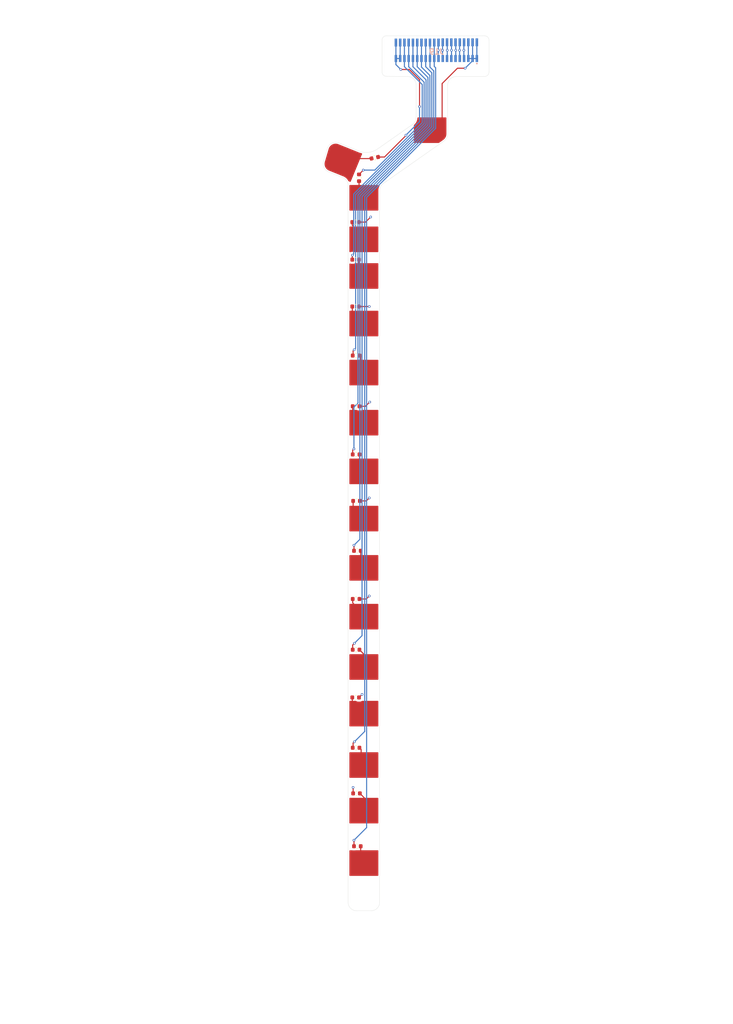
<source format=kicad_pcb>
(kicad_pcb
	(version 20240108)
	(generator "pcbnew")
	(generator_version "8.0")
	(general
		(thickness 1.6)
		(legacy_teardrops no)
	)
	(paper "A3")
	(layers
		(0 "F.Cu" signal)
		(1 "In1.Cu" signal)
		(2 "In2.Cu" signal)
		(31 "B.Cu" signal)
		(32 "B.Adhes" user "B.Adhesive")
		(33 "F.Adhes" user "F.Adhesive")
		(34 "B.Paste" user)
		(35 "F.Paste" user)
		(36 "B.SilkS" user "B.Silkscreen")
		(37 "F.SilkS" user "F.Silkscreen")
		(38 "B.Mask" user)
		(39 "F.Mask" user)
		(40 "Dwgs.User" user "User.Drawings")
		(41 "Cmts.User" user "User.Comments")
		(42 "Eco1.User" user "User.Eco1")
		(43 "Eco2.User" user "User.Eco2")
		(44 "Edge.Cuts" user)
		(45 "Margin" user)
		(46 "B.CrtYd" user "B.Courtyard")
		(47 "F.CrtYd" user "F.Courtyard")
		(48 "B.Fab" user)
		(49 "F.Fab" user)
		(50 "User.1" user)
		(51 "User.2" user)
		(52 "User.3" user)
		(53 "User.4" user)
		(54 "User.5" user)
		(55 "User.6" user)
		(56 "User.7" user)
		(57 "User.8" user)
		(58 "User.9" user)
	)
	(setup
		(stackup
			(layer "F.SilkS"
				(type "Top Silk Screen")
			)
			(layer "F.Paste"
				(type "Top Solder Paste")
			)
			(layer "F.Mask"
				(type "Top Solder Mask")
				(thickness 0.01)
			)
			(layer "F.Cu"
				(type "copper")
				(thickness 0.035)
			)
			(layer "dielectric 1"
				(type "prepreg")
				(thickness 0.1)
				(material "FR4")
				(epsilon_r 4.5)
				(loss_tangent 0.02)
			)
			(layer "In1.Cu"
				(type "copper")
				(thickness 0.035)
			)
			(layer "dielectric 2"
				(type "core")
				(thickness 1.24)
				(material "FR4")
				(epsilon_r 4.5)
				(loss_tangent 0.02)
			)
			(layer "In2.Cu"
				(type "copper")
				(thickness 0.035)
			)
			(layer "dielectric 3"
				(type "prepreg")
				(thickness 0.1)
				(material "FR4")
				(epsilon_r 4.5)
				(loss_tangent 0.02)
			)
			(layer "B.Cu"
				(type "copper")
				(thickness 0.035)
			)
			(layer "B.Mask"
				(type "Bottom Solder Mask")
				(thickness 0.01)
			)
			(layer "B.Paste"
				(type "Bottom Solder Paste")
			)
			(layer "B.SilkS"
				(type "Bottom Silk Screen")
			)
			(copper_finish "None")
			(dielectric_constraints no)
		)
		(pad_to_mask_clearance 0)
		(allow_soldermask_bridges_in_footprints no)
		(pcbplotparams
			(layerselection 0x00010fc_ffffffff)
			(plot_on_all_layers_selection 0x0000000_00000000)
			(disableapertmacros no)
			(usegerberextensions no)
			(usegerberattributes yes)
			(usegerberadvancedattributes yes)
			(creategerberjobfile yes)
			(dashed_line_dash_ratio 12.000000)
			(dashed_line_gap_ratio 3.000000)
			(svgprecision 4)
			(plotframeref no)
			(viasonmask no)
			(mode 1)
			(useauxorigin no)
			(hpglpennumber 1)
			(hpglpenspeed 20)
			(hpglpendiameter 15.000000)
			(pdf_front_fp_property_popups yes)
			(pdf_back_fp_property_popups yes)
			(dxfpolygonmode yes)
			(dxfimperialunits yes)
			(dxfusepcbnewfont yes)
			(psnegative no)
			(psa4output no)
			(plotreference yes)
			(plotvalue yes)
			(plotfptext yes)
			(plotinvisibletext no)
			(sketchpadsonfab no)
			(subtractmaskfromsilk no)
			(outputformat 1)
			(mirror no)
			(drillshape 0)
			(scaleselection 1)
			(outputdirectory "gerber/")
		)
	)
	(net 0 "")
	(net 1 "/V1")
	(net 2 "/V2")
	(net 3 "/V3")
	(net 4 "/V4")
	(net 5 "/V5")
	(net 6 "/V6")
	(net 7 "/V7")
	(net 8 "/V8")
	(net 9 "/V9")
	(net 10 "/V10")
	(net 11 "/V11")
	(net 12 "/V12")
	(net 13 "/V13")
	(net 14 "/V14")
	(net 15 "/V15")
	(net 16 "/V16")
	(net 17 "VBUS")
	(net 18 "GND")
	(net 19 "Net-(F12-Pad1)")
	(net 20 "Net-(F13-Pad1)")
	(net 21 "Net-(F14-Pad1)")
	(net 22 "Net-(F15-Pad1)")
	(net 23 "Net-(F4-Pad1)")
	(net 24 "Net-(F5-Pad1)")
	(net 25 "Net-(F6-Pad1)")
	(net 26 "Net-(F7-Pad1)")
	(net 27 "Net-(F8-Pad1)")
	(net 28 "Net-(F9-Pad1)")
	(net 29 "Net-(F10-Pad1)")
	(net 30 "Net-(F11-Pad1)")
	(net 31 "Net-(F1-Pad1)")
	(net 32 "Net-(F2-Pad1)")
	(net 33 "Net-(F3-Pad1)")
	(footprint "Fuse:Fuse_0603_1608Metric" (layer "F.Cu") (at 198.1 148.9 180))
	(footprint "Fuse:Fuse_0603_1608Metric" (layer "F.Cu") (at 198.3 229.9))
	(footprint "Fuse:Fuse_0603_1608Metric" (layer "F.Cu") (at 197.9 103.3 180))
	(footprint "VTSENS:Baby_ST_Bond_Pad" (layer "F.Cu") (at 199.75 198.6 90))
	(footprint "VTSENS:Baby_ST_Bond_Pad" (layer "F.Cu") (at 199.75 87.35 90))
	(footprint "VTSENS:Baby_ST_Bond_Pad" (layer "F.Cu") (at 199.75 107.1 90))
	(footprint "Fuse:Fuse_0603_1608Metric" (layer "F.Cu") (at 198.7 73.1 -90))
	(footprint "VTSENS:Baby_ST_Bond_Pad" (layer "F.Cu") (at 199.75 221.85 -90))
	(footprint "VTSENS:Baby_ST_Bond_Pad" (layer "F.Cu") (at 199.95 95.942699 90))
	(footprint "VTSENS:Baby_ST_Bond_Pad" (layer "F.Cu") (at 199.776785 210.6 90))
	(footprint "Fuse:Fuse_0603_1608Metric" (layer "F.Cu") (at 198 171.9 180))
	(footprint "Fuse:Fuse_0603_1608Metric" (layer "F.Cu") (at 198.3 160.6))
	(footprint "Fuse:Fuse_0603_1608Metric" (layer "F.Cu") (at 197.9 83.5 180))
	(footprint "VTSENS:Baby_ST_Bond_Pad" (layer "F.Cu") (at 199.776785 187.657301 90))
	(footprint "VTSENS:Baby_ST_Bond_Pad" (layer "F.Cu") (at 215.8 62 90))
	(footprint "Fuse:Fuse_0603_1608Metric" (layer "F.Cu") (at 197.9 195 180))
	(footprint "VTSENS:Baby_ST_Bond_Pad" (layer "F.Cu") (at 194.5 69.2 -22.5))
	(footprint "Fuse:Fuse_0603_1608Metric" (layer "F.Cu") (at 198 183.8))
	(footprint "Fuse:Fuse_0603_1608Metric" (layer "F.Cu") (at 198 206.8))
	(footprint "Fuse:Fuse_0603_1608Metric" (layer "F.Cu") (at 197.9 92.3))
	(footprint "Fuse:Fuse_0603_1608Metric" (layer "F.Cu") (at 198 138))
	(footprint "VTSENS:Baby_ST_Bond_Pad" (layer "F.Cu") (at 199.75 141.6 90))
	(footprint "VTSENS:Baby_ST_Bond_Pad" (layer "F.Cu") (at 199.75 153.1 -90))
	(footprint "VTSENS:Baby_ST_Bond_Pad" (layer "F.Cu") (at 199.75 233.6 -90))
	(footprint "VTSENS:Baby_ST_Bond_Pad" (layer "F.Cu") (at 199.75 175.85 -90))
	(footprint "Fuse:Fuse_0603_1608Metric" (layer "F.Cu") (at 198 126.7 180))
	(footprint "Fuse:Fuse_0603_1608Metric" (layer "F.Cu") (at 202.4 68.4 -167.5))
	(footprint "VTSENS:Baby_ST_Bond_Pad" (layer "F.Cu") (at 199.75 118.6 90))
	(footprint "Fuse:Fuse_0603_1608Metric" (layer "F.Cu") (at 198 114.8))
	(footprint "VTSENS:Baby_ST_Bond_Pad" (layer "F.Cu") (at 199.776785 164.407301 90))
	(footprint "VTSENS:Baby_ST_Bond_Pad" (layer "F.Cu") (at 199.75 130.6 -90))
	(footprint "Fuse:Fuse_0603_1608Metric" (layer "F.Cu") (at 198.1 217.5))
	(footprint "VTSENS:Baby_ST_Bond_Pad" (layer "F.Cu") (at 200 78.1 90))
	(footprint "FPC:526102072" (layer "B.Cu") (at 216.85 44.3 180))
	(gr_line
		(start 229.2 40.803673)
		(end 229.2 48.3)
		(stroke
			(width 0.05)
			(type default)
		)
		(layer "Edge.Cuts")
		(uuid "0c3a8ab2-7e75-42d2-b164-ad685089c946")
	)
	(gr_arc
		(start 191.280846 66.23386)
		(mid 192.32697 64.998891)
		(end 193.944481 64.942474)
		(stroke
			(width 0.05)
			(type default)
		)
		(layer "Edge.Cuts")
		(uuid "10f9bb30-f390-4bca-87cc-c309a3b49011")
	)
	(gr_line
		(start 205.1 39.800054)
		(end 228.2 39.800054)
		(stroke
			(width 0.05)
			(type default)
		)
		(layer "Edge.Cuts")
		(uuid "16b4808f-509a-4301-b9f5-d6b5aa1d61bd")
	)
	(gr_arc
		(start 203.529941 76.076143)
		(mid 203.755923 75.152653)
		(end 204.382788 74.437844)
		(stroke
			(width 0.05)
			(type default)
		)
		(layer "Edge.Cuts")
		(uuid "1a0944c0-d98a-4bcf-9c0c-f97317397c2d")
	)
	(gr_line
		(start 198.639921 66.82723)
		(end 193.944477 64.942485)
		(stroke
			(width 0.05)
			(type default)
		)
		(layer "Edge.Cuts")
		(uuid "1a3faf27-3f01-4645-a6dd-df4dbe0e6b91")
	)
	(gr_line
		(start 203.529941 76.076143)
		(end 203.529941 243.035014)
		(stroke
			(width 0.05)
			(type default)
		)
		(layer "Edge.Cuts")
		(uuid "223ae23d-fed2-44a0-ac0c-59e9220eff32")
	)
	(gr_line
		(start 212.103406 58.956943)
		(end 212.103406 51.350274)
		(stroke
			(width 0.05)
			(type default)
		)
		(layer "Edge.Cuts")
		(uuid "225b2130-0a0c-4014-9028-17bac7829ad9")
	)
	(gr_arc
		(start 203.0802 66.316193)
		(mid 200.9248 67.134215)
		(end 198.639921 66.82723)
		(stroke
			(width 0.05)
			(type default)
		)
		(layer "Edge.Cuts")
		(uuid "22cbaac1-8499-4598-bb83-d24087f11cd3")
	)
	(gr_line
		(start 218.650559 64.447444)
		(end 204.382788 74.437844)
		(stroke
			(width 0.05)
			(type default)
		)
		(layer "Edge.Cuts")
		(uuid "35271b94-7235-4f02-b81a-99ade4f90566")
	)
	(gr_arc
		(start 205.107084 49.292902)
		(mid 204.4 49)
		(end 204.107111 48.292902)
		(stroke
			(width 0.05)
			(type default)
		)
		(layer "Edge.Cuts")
		(uuid "48b97b31-a070-473d-bbd4-38646e865acf")
	)
	(gr_arc
		(start 228.192855 39.801765)
		(mid 228.905702 40.098128)
		(end 229.198272 40.812541)
		(stroke
			(width 0.05)
			(type default)
		)
		(layer "Edge.Cuts")
		(uuid "505fa6dc-19bc-4da9-bb9d-917add817e2f")
	)
	(gr_line
		(start 204.107111 48.292902)
		(end 204.107176 40.800054)
		(stroke
			(width 0.05)
			(type default)
		)
		(layer "Edge.Cuts")
		(uuid "518d22fd-8d55-459e-a696-b21469a40ae0")
	)
	(gr_arc
		(start 229.200625 48.299993)
		(mid 228.892062 49.043394)
		(end 228.14782 49.349925)
		(stroke
			(width 0.05)
			(type default)
		)
		(layer "Edge.Cuts")
		(uuid "70907e19-7e8f-47a9-8543-f2ee9730fb06")
	)
	(gr_arc
		(start 212.103406 58.956943)
		(mid 211.87743 59.880443)
		(end 211.250559 60.595248)
		(stroke
			(width 0.05)
			(type default)
		)
		(layer "Edge.Cuts")
		(uuid "74d998d2-5d53-48e6-a766-531d71c1368c")
	)
	(gr_arc
		(start 219.503406 51.350274)
		(mid 220.089183 49.93605)
		(end 221.503406 49.350274)
		(stroke
			(width 0.05)
			(type default)
		)
		(layer "Edge.Cuts")
		(uuid "76bebf18-bf11-41ec-bd6b-1fbb3c660362")
	)
	(gr_arc
		(start 191.556678 71.70489)
		(mid 190.502041 70.721335)
		(end 190.383069 69.284155)
		(stroke
			(width 0.05)
			(type default)
		)
		(layer "Edge.Cuts")
		(uuid "8b2382ee-ef13-4846-9616-ff815fe4fde4")
	)
	(gr_line
		(start 190.383069 69.284155)
		(end 191.280846 66.23386)
		(stroke
			(width 0.05)
			(type default)
		)
		(layer "Edge.Cuts")
		(uuid "967219e8-c239-4be8-a9f8-460a8f35cb30")
	)
	(gr_arc
		(start 219.503406 62.809143)
		(mid 219.277423 63.732632)
		(end 218.650559 64.447444)
		(stroke
			(width 0.05)
			(type default)
		)
		(layer "Edge.Cuts")
		(uuid "a2689f82-1c28-4c33-acca-2016fcb18d11")
	)
	(gr_line
		(start 219.503406 51.350274)
		(end 219.503406 62.809143)
		(stroke
			(width 0.05)
			(type default)
		)
		(layer "Edge.Cuts")
		(uuid "a4def3db-73ee-456f-9051-0bacb1fb8633")
	)
	(gr_line
		(start 210.103406 49.350274)
		(end 205.107084 49.292902)
		(stroke
			(width 0.05)
			(type default)
		)
		(layer "Edge.Cuts")
		(uuid "a65305af-8693-4271-8ce8-a484020c652f")
	)
	(gr_arc
		(start 203.529941 243.035014)
		(mid 202.944163 244.449233)
		(end 201.529941 245.035014)
		(stroke
			(width 0.05)
			(type default)
		)
		(layer "Edge.Cuts")
		(uuid "ab997026-521e-488c-9464-752b8e6cfc9e")
	)
	(gr_arc
		(start 204.107176 40.800054)
		(mid 204.397513 40.095458)
		(end 205.1 39.800054)
		(stroke
			(width 0.05)
			(type default)
		)
		(layer "Edge.Cuts")
		(uuid "b117e708-a685-44cf-95aa-5b20bae40410")
	)
	(gr_line
		(start 196.129941 243.035014)
		(end 196.129941 74.892876)
		(stroke
			(width 0.05)
			(type default)
		)
		(layer "Edge.Cuts")
		(uuid "bba9b52d-7d8b-4d2c-9928-143bb3bf5245")
	)
	(gr_line
		(start 194.874948 73.036814)
		(end 191.556678 71.70489)
		(stroke
			(width 0.05)
			(type default)
		)
		(layer "Edge.Cuts")
		(uuid "bc5095cd-ed6b-457e-a3ac-dc0b731f7ded")
	)
	(gr_line
		(start 201.529941 245.035014)
		(end 198.129941 245.035014)
		(stroke
			(width 0.05)
			(type default)
		)
		(layer "Edge.Cuts")
		(uuid "c3e75e2c-65d4-4506-b806-ebaeafaf6c7b")
	)
	(gr_line
		(start 203.0802 66.316193)
		(end 211.250559 60.595248)
		(stroke
			(width 0.05)
			(type default)
		)
		(layer "Edge.Cuts")
		(uuid "c45156c5-6320-4ba9-a81c-c33aeca85dab")
	)
	(gr_arc
		(start 210.103406 49.350274)
		(mid 211.517591 49.936072)
		(end 212.103406 51.350274)
		(stroke
			(width 0.05)
			(type default)
		)
		(layer "Edge.Cuts")
		(uuid "cc5c8947-a412-407a-8c8f-4f2108becc4c")
	)
	(gr_arc
		(start 198.129941 245.035014)
		(mid 196.715762 244.449212)
		(end 196.129941 243.035014)
		(stroke
			(width 0.05)
			(type default)
		)
		(layer "Edge.Cuts")
		(uuid "e1c1652e-91a1-47a9-a4e1-2228355719af")
	)
	(gr_line
		(start 221.49782 49.349925)
		(end 228.14782 49.349925)
		(stroke
			(width 0.05)
			(type default)
		)
		(layer "Edge.Cuts")
		(uuid "ea7611bf-e12f-4739-8b5c-83b090bcc95f")
	)
	(gr_arc
		(start 194.87495 73.036808)
		(mid 195.786756 73.772604)
		(end 196.129941 74.892876)
		(stroke
			(width 0.05)
			(type default)
		)
		(layer "Edge.Cuts")
		(uuid "f5ce9bba-46c6-4549-a5ce-3f68383457b0")
	)
	(gr_curve
		(pts
			(xy 252.531409 236.420838) (xy 252.531684 236.420257) (xy 252.531958 236.419677) (xy 252.532348 236.418325)
		)
		(locked yes)
		(stroke
			(width 0.1)
			(type default)
		)
		(layer "User.2")
		(uuid "00009bff-2b67-4a9f-9429-a1ab792ce7ca")
	)
	(gr_curve
		(pts
			(xy 264.23124 107.926942) (xy 264.244176 107.919503) (xy 264.26491 107.90758) (xy 264.26491 107.90758)
		)
		(locked yes)
		(stroke
			(width 0.1)
			(type default)
		)
		(layer "User.2")
		(uuid "00019bae-e99a-40e3-83f7-926cd4924a0e")
	)
	(gr_line
		(start 246.099016 98.956728)
		(end 246.111058 99.0096)
		(locked yes)
		(stroke
			(width 0.1)
			(type default)
		)
		(layer "User.2")
		(uuid "0003e7b8-c2f7-4379-a378-3535ed705648")
	)
	(gr_curve
		(pts
			(xy 186.039369 110.618633) (xy 186.048583 110.624369) (xy 186.058502 110.628522) (xy 186.068569 110.630858)
		)
		(locked yes)
		(stroke
			(width 0.1)
			(type default)
		)
		(layer "User.2")
		(uuid "00047705-ff1a-479b-8b9a-150e55dd1d89")
	)
	(gr_line
		(start 148.927855 169.780551)
		(end 148.927856 169.780552)
		(locked yes)
		(stroke
			(width 0.1)
			(type default)
		)
		(layer "User.2")
		(uuid "000641b3-3751-454e-be0d-e664fa02e4d5")
	)
	(gr_line
		(start 272.461592 201.93287)
		(end 272.551793 201.985153)
		(locked yes)
		(stroke
			(width 0.1)
			(type default)
		)
		(layer "User.2")
		(uuid "000766f6-9531-4c40-8358-87e8ea4ae622")
	)
	(gr_curve
		(pts
			(xy 166.380842 91.789329) (xy 166.397173 91.83418) (xy 166.437417 91.870326) (xy 166.491845 91.885655)
		)
		(locked yes)
		(stroke
			(width 0.1)
			(type default)
		)
		(layer "User.2")
		(uuid "00077717-591f-4dd1-9759-cac2b89a8fd5")
	)
	(gr_curve
		(pts
			(xy 147.067673 79.763351) (xy 147.060454 79.724734) (xy 147.05213 79.683419) (xy 147.042616 79.639016)
		)
		(locked yes)
		(stroke
			(width 0.1)
			(type default)
		)
		(layer "User.2")
		(uuid "00092ce9-59f9-4671-83b5-87e828cb2ded")
	)
	(gr_curve
		(pts
			(xy 195.113094 107.916891) (xy 195.104087 107.912809) (xy 195.09508 107.908726) (xy 195.084443 107.903915)
		)
		(locked yes)
		(stroke
			(width 0.1)
			(type default)
		)
		(layer "User.2")
		(uuid "000ce51e-9afd-4470-8a3b-3388eed75118")
	)
	(gr_curve
		(pts
			(xy 172.132564 140.915226) (xy 172.112779 140.871696) (xy 172.092488 140.824597) (xy 172.072753 140.776294)
		)
		(locked yes)
		(stroke
			(width 0.1)
			(type default)
		)
		(layer "User.2")
		(uuid "000daad1-354b-4a01-81ec-4050b799c77d")
	)
	(gr_line
		(start 166.899867 98.824783)
		(end 166.899778 98.824569)
		(locked yes)
		(stroke
			(width 0.1)
			(type default)
		)
		(layer "User.2")
		(uuid "001073e5-de51-46b3-9767-0d47ec2bbeae")
	)
	(gr_curve
		(pts
			(xy 188.533138 124.103335) (xy 188.5294 124.112468) (xy 188.52748 124.122148) (xy 188.527484 124.13183)
		)
		(locked yes)
		(stroke
			(width 0.1)
			(type default)
		)
		(layer "User.2")
		(uuid "0010a4c4-862d-42a8-adab-558e1209c8c4")
	)
	(gr_curve
		(pts
			(xy 234.421956 107.843007) (xy 234.438621 107.829452) (xy 234.455227 107.815739) (xy 234.470819 107.801661)
		)
		(locked yes)
		(stroke
			(width 0.1)
			(type default)
		)
		(layer "User.2")
		(uuid "001115d4-3e9c-4bf3-95c1-756a7dfbcc98")
	)
	(gr_curve
		(pts
			(xy 132.108097 67.2425) (xy 132.10936 67.230863) (xy 132.110523 67.219881) (xy 132.111581 67.209626)
		)
		(locked yes)
		(stroke
			(width 0.1)
			(type default)
		)
		(layer "User.2")
		(uuid "00112601-d4f1-4ed7-923b-680ab7214d21")
	)
	(gr_curve
		(pts
			(xy 163.484948 148.650409) (xy 163.899419 149.789159) (xy 163.899419 149.789159) (xy 163.899419 149.789159)
		)
		(locked yes)
		(stroke
			(width 0.1)
			(type default)
		)
		(layer "User.2")
		(uuid "0011bb6b-13fb-4362-adb4-90a55ab0a909")
	)
	(gr_curve
		(pts
			(xy 145.531664 165.209673) (xy 145.592572 165.377016) (xy 145.65348 165.544359) (xy 145.714387 165.711702)
		)
		(locked yes)
		(stroke
			(width 0.1)
			(type default)
		)
		(layer "User.2")
		(uuid "00121ed2-7c9d-4fc0-9cbb-42b0f6e4d54c")
	)
	(gr_curve
		(pts
			(xy 173.652756 98.862929) (xy 173.642607 98.860792) (xy 173.632125 98.860248) (xy 173.62181 98.861322)
		)
		(locked yes)
		(stroke
			(width 0.1)
			(type default)
		)
		(layer "User.2")
		(uuid "0012b10f-6d36-4aed-a691-02d1701c9f73")
	)
	(gr_curve
		(pts
			(xy 193.229714 201.937092) (xy 193.230915 201.931682) (xy 193.232245 201.925851) (xy 193.233576 201.920021)
		)
		(locked yes)
		(stroke
			(width 0.1)
			(type default)
		)
		(layer "User.2")
		(uuid "00176287-7a4e-4177-9d80-8adb91d4a8b9")
	)
	(gr_curve
		(pts
			(xy 246.006998 121.796697) (xy 246.016005 121.777599) (xy 246.024522 121.757649) (xy 246.033037 121.737695)
		)
		(locked yes)
		(stroke
			(width 0.1)
			(type default)
		)
		(layer "User.2")
		(uuid "00198822-4a01-47ed-b58c-167091eb6658")
	)
	(gr_curve
		(pts
			(xy 168.676323 181.264237) (xy 168.675886 181.342897) (xy 168.67545 181.421557) (xy 168.674993 181.500359)
		)
		(locked yes)
		(stroke
			(width 0.1)
			(type default)
		)
		(layer "User.2")
		(uuid "001b8e2b-c086-4d49-bd88-4ea980998d7f")
	)
	(gr_curve
		(pts
			(xy 208.33355 90.429797) (xy 208.327098 90.438537) (xy 208.319102 90.446309) (xy 208.310174 90.452518)
		)
		(locked yes)
		(stroke
			(width 0.1)
			(type default)
		)
		(layer "User.2")
		(uuid "001d20e6-19a7-4592-8b6b-dc795dfbd635")
	)
	(gr_curve
		(pts
			(xy 184.647685 85.141502) (xy 184.641618 85.149285) (xy 184.636931 85.15837) (xy 184.633887 85.168245)
		)
		(locked yes)
		(stroke
			(width 0.1)
			(type default)
		)
		(layer "User.2")
		(uuid "001d2de4-4380-44d1-8b79-6078c9ca10b2")
	)
	(gr_curve
		(pts
			(xy 128.979548 204.589908) (xy 128.97268 204.597396) (xy 128.967282 204.605855) (xy 128.963649 204.614823)
		)
		(locked yes)
		(stroke
			(width 0.1)
			(type default)
		)
		(layer "User.2")
		(uuid "001db3bf-6415-47a9-9a90-221944a55c89")
	)
	(gr_circle
		(center 199.829889 56.700274)
		(end 202.979889 56.700274)
		(locked yes)
		(stroke
			(width 0.1)
			(type default)
		)
		(fill none)
		(layer "User.2")
		(uuid "001dcb3f-ef2b-4990-8509-75bcb2ed1932")
	)
	(gr_line
		(start 144.692349 176.897313)
		(end 144.584631 176.959259)
		(locked yes)
		(stroke
			(width 0.1)
			(type default)
		)
		(layer "User.2")
		(uuid "001e69ad-2616-4114-be7f-556f50773681")
	)
	(gr_curve
		(pts
			(xy 133.988723 70.906102) (xy 134.022681 70.877608) (xy 134.059217 70.846951) (xy 134.097414 70.8149)
		)
		(locked yes)
		(stroke
			(width 0.1)
			(type default)
		)
		(layer "User.2")
		(uuid "001f3030-a910-47e2-8664-dbaef9a1328a")
	)
	(gr_curve
		(pts
			(xy 191.453259 170.522665) (xy 191.450065 170.512736) (xy 191.448437 170.502305) (xy 191.448455 170.491875)
		)
		(locked yes)
		(stroke
			(width 0.1)
			(type default)
		)
		(layer "User.2")
		(uuid "001ff002-97c2-4106-847e-92e9b8a6e0b3")
	)
	(gr_curve
		(pts
			(xy 228.165453 147.251738) (xy 228.165015 147.327229) (xy 228.164559 147.402851) (xy 228.164103 147.478474)
		)
		(locked yes)
		(stroke
			(width 0.1)
			(type default)
		)
		(layer "User.2")
		(uuid "0021e2c9-bfec-4549-bad1-f3a8620e2420")
	)
	(gr_curve
		(pts
			(xy 231.146097 124.869339) (xy 231.126715 124.872805) (xy 231.106836 124.878137) (xy 231.086755 124.88455)
		)
		(locked yes)
		(stroke
			(width 0.1)
			(type default)
		)
		(layer "User.2")
		(uuid "00234422-ab28-4639-ba6d-133e51f8c022")
	)
	(gr_curve
		(pts
			(xy 211.081807 204.699432) (xy 211.081609 204.623809) (xy 211.081411 204.548186) (xy 211.081231 204.472693)
		)
		(locked yes)
		(stroke
			(width 0.1)
			(type default)
		)
		(layer "User.2")
		(uuid "00239c1a-f5f7-4a3b-80c2-554212ee4105")
	)
	(gr_line
		(start 252.531352 236.420889)
		(end 252.531409 236.420838)
		(locked yes)
		(stroke
			(width 0.1)
			(type default)
		)
		(layer "User.2")
		(uuid "00241cba-0713-418c-89ee-b344b8b57188")
	)
	(gr_curve
		(pts
			(xy 273.962735 222.351882) (xy 273.958484 222.342375) (xy 273.955723 222.332209) (xy 273.954582 222.321871)
		)
		(locked yes)
		(stroke
			(width 0.1)
			(type default)
		)
		(layer "User.2")
		(uuid "0027423e-7fa2-4330-9695-6e74fc5f17d6")
	)
	(gr_curve
		(pts
			(xy 191.310448 238.582943) (xy 191.303418 238.575369) (xy 191.294884 238.568827) (xy 191.285326 238.563683)
		)
		(locked yes)
		(stroke
			(width 0.1)
			(type default)
		)
		(layer "User.2")
		(uuid "002a9036-1f17-480b-9dd5-6b2035689de1")
	)
	(gr_curve
		(pts
			(xy 125.397557 128.444366) (xy 125.251483 128.043031) (xy 125.105409 127.641696) (xy 124.959335 127.240361)
		)
		(locked yes)
		(stroke
			(width 0.1)
			(type default)
		)
		(layer "User.2")
		(uuid "002c6d28-a550-40b6-9a3e-f577febc5898")
	)
	(gr_curve
		(pts
			(xy 128.919107 227.542698) (xy 128.91937 227.388218) (xy 128.919633 227.234133) (xy 128.919895 227.080352)
		)
		(locked yes)
		(stroke
			(width 0.1)
			(type default)
		)
		(layer "User.2")
		(uuid "002c8522-975c-4fa8-aff7-05d7aae33a51")
	)
	(gr_curve
		(pts
			(xy 250.932847 113.401785) (xy 250.926752 113.393321) (xy 250.921993 113.383897) (xy 250.918799 113.373968)
		)
		(locked yes)
		(stroke
			(width 0.1)
			(type default)
		)
		(layer "User.2")
		(uuid "002d29ee-0dd2-4602-a730-c39d8371ec02")
	)
	(gr_curve
		(pts
			(xy 148.605111 103.491996) (xy 148.52921 103.283462) (xy 148.45331 103.074928) (xy 148.37741 102.866395)
		)
		(locked yes)
		(stroke
			(width 0.1)
			(type default)
		)
		(layer "User.2")
		(uuid "002d88e7-2ea7-4e7c-923e-b9ee16a864e0")
	)
	(gr_curve
		(pts
			(xy 186.053045 171.039083) (xy 185.996862 171.024389) (xy 185.95661 170.988231) (xy 185.940284 170.943365)
		)
		(locked yes)
		(stroke
			(width 0.1)
			(type default)
		)
		(layer "User.2")
		(uuid "002f5722-df39-48ba-8448-fb9eb9a0dce3")
	)
	(gr_curve
		(pts
			(xy 173.520286 190.399436) (xy 173.52635 190.388973) (xy 173.532913 190.377651) (xy 173.539477 190.366326)
		)
		(locked yes)
		(stroke
			(width 0.1)
			(type default)
		)
		(layer "User.2")
		(uuid "002fcb64-09d2-460a-aac2-b6f09a8020d8")
	)
	(gr_circle
		(center 249.409843 118.050274)
		(end 259.909843 118.050274)
		(locked yes)
		(stroke
			(width 0.1)
			(type default)
		)
		(fill none)
		(layer "User.2")
		(uuid "00369d7f-0bd1-48fa-b358-c4e862161357")
	)
	(gr_line
		(start 224.798757 84.806444)
		(end 224.798773 84.80652)
		(locked yes)
		(stroke
			(width 0.1)
			(type default)
		)
		(layer "User.2")
		(uuid "00379668-1d43-4c72-bf1c-692c9375564c")
	)
	(gr_curve
		(pts
			(xy 168.711845 161.757944) (xy 168.75498 161.742244) (xy 168.778899 161.733538) (xy 168.778905 161.733536)
		)
		(locked yes)
		(stroke
			(width 0.1)
			(type default)
		)
		(layer "User.2")
		(uuid "003b2a46-32ec-47ed-ac1b-10ba68005289")
	)
	(gr_curve
		(pts
			(xy 148.544783 81.383831) (xy 148.546245 81.383504) (xy 148.572269 81.376518) (xy 148.617578 81.364281)
		)
		(locked yes)
		(stroke
			(width 0.1)
			(type default)
		)
		(layer "User.2")
		(uuid "003b614f-72b6-4358-a416-b7778f8b13e2")
	)
	(gr_curve
		(pts
			(xy 225.970693 202.059923) (xy 225.836778 202.136935) (xy 225.703205 202.21375) (xy 225.569895 202.290414)
		)
		(locked yes)
		(stroke
			(width 0.1)
			(type default)
		)
		(layer "User.2")
		(uuid "003dc29d-f15f-49cc-adb5-a124c4661299")
	)
	(gr_curve
		(pts
			(xy 247.820255 226.970472) (xy 247.819059 226.993217) (xy 247.817937 227.015953) (xy 247.816708 227.037962)
		)
		(locked yes)
		(stroke
			(width 0.1)
			(type default)
		)
		(layer "User.2")
		(uuid "00402e2c-3a67-40bb-bfad-8c798adef18b")
	)
	(gr_curve
		(pts
			(xy 274.188842 84.922071) (xy 274.187702 84.911733) (xy 274.188183 84.901227) (xy 274.190259 84.891061)
		)
		(locked yes)
		(stroke
			(width 0.1)
			(type default)
		)
		(layer "User.2")
		(uuid "0040a87e-309a-4000-b684-9516b084b86b")
	)
	(gr_curve
		(pts
			(xy 194.949914 107.687005) (xy 194.948774 107.676668) (xy 194.949254 107.666162) (xy 194.95133 107.655995)
		)
		(locked yes)
		(stroke
			(width 0.1)
			(type default)
		)
		(layer "User.2")
		(uuid "00426dde-375d-43b8-99d8-a6ea389d29e6")
	)
	(gr_curve
		(pts
			(xy 124.907386 211.037391) (xy 124.980898 210.995116) (xy 125.022968 210.970923) (xy 125.022968 210.970923)
		)
		(locked yes)
		(stroke
			(width 0.1)
			(type default)
		)
		(layer "User.2")
		(uuid "004366d3-482e-4d89-9c1a-22c90f92d353")
	)
	(gr_curve
		(pts
			(xy 215.327722 73.743794) (xy 215.321682 73.73599) (xy 215.314259 73.729487) (xy 215.305872 73.72465)
		)
		(locked yes)
		(stroke
			(width 0.1)
			(type default)
		)
		(layer "User.2")
		(uuid "00454525-b814-4168-8785-de358557c22d")
	)
	(gr_curve
		(pts
			(xy 165.283307 141.968633) (xy 165.286429 141.971466) (xy 165.289912 141.974619) (xy 165.293645 141.978041)
		)
		(locked yes)
		(stroke
			(width 0.1)
			(type default)
		)
		(layer "User.2")
		(uuid "0047721b-f0d6-4a5f-8d5c-e867ef861306")
	)
	(gr_line
		(start 208.050412 227.865093)
		(end 208.050278 227.865166)
		(locked yes)
		(stroke
			(width 0.1)
			(type default)
		)
		(layer "User.2")
		(uuid "00492e51-1e68-4b4e-b28c-ba102b77c1f4")
	)
	(gr_curve
		(pts
			(xy 267.550729 216.480913) (xy 267.550721 216.480922) (xy 267.550714 216.480932) (xy 267.550707 216.480942)
		)
		(locked yes)
		(stroke
			(width 0.1)
			(type default)
		)
		(layer "User.2")
		(uuid "004c1ffa-0644-483a-ad9f-9bd4a94507b9")
	)
	(gr_curve
		(pts
			(xy 151.906551 147.583258) (xy 151.912638 147.591654) (xy 151.920042 147.599094) (xy 151.928408 147.605222)
		)
		(locked yes)
		(stroke
			(width 0.1)
			(type default)
		)
		(layer "User.2")
		(uuid "004dffca-f117-4506-8ed1-16ac4821a982")
	)
	(gr_curve
		(pts
			(xy 188.566753 101.100092) (xy 188.566778 101.085393) (xy 188.566804 101.070347) (xy 188.566804 101.070347)
		)
		(locked yes)
		(stroke
			(width 0.1)
			(type default)
		)
		(layer "User.2")
		(uuid "00511cc0-12b1-49ac-9f93-6d99efa60355")
	)
	(gr_arc
		(start 247.859299 204.070507)
		(mid 249.259586 203.903758)
		(end 250.659294 204.07528)
		(locked yes)
		(stroke
			(width 0.1)
			(type default)
		)
		(layer "User.2")
		(uuid "005267c0-4a1e-4c95-9e7a-323f6146a4a9")
	)
	(gr_curve
		(pts
			(xy 214.414308 210.859045) (xy 214.430973 210.84549) (xy 214.447579 210.831777) (xy 214.463171 210.817699)
		)
		(locked yes)
		(stroke
			(width 0.1)
			(type default)
		)
		(layer "User.2")
		(uuid "0053cda4-9b69-4402-a5c9-188eae272d5b")
	)
	(gr_curve
		(pts
			(xy 208.202577 181.849888) (xy 208.198944 181.858856) (xy 208.197078 181.868331) (xy 208.19708 181.877796)
		)
		(locked yes)
		(stroke
			(width 0.1)
			(type default)
		)
		(layer "User.2")
		(uuid "00557eac-7951-484f-bf1c-85b295c243ca")
	)
	(gr_curve
		(pts
			(xy 204.940662 96.283553) (xy 204.944889 96.274083) (xy 204.94763 96.263951) (xy 204.948755 96.253642)
		)
		(locked yes)
		(stroke
			(width 0.1)
			(type default)
		)
		(layer "User.2")
		(uuid "00569870-3a96-4d05-ae47-f709fcb427bc")
	)
	(gr_line
		(start 214.550618 210.800379)
		(end 214.550362 210.80057)
		(locked yes)
		(stroke
			(width 0.1)
			(type default)
		)
		(layer "User.2")
		(uuid "00574acb-c5ac-4aff-a025-22afc93f111e")
	)
	(gr_line
		(start 253.741825 83.700274)
		(end 284.741825 83.700274)
		(locked yes)
		(stroke
			(width 0.1)
			(type default)
		)
		(layer "User.2")
		(uuid "0057c207-d1f0-477e-8f93-9f28d49dcedc")
	)
	(gr_line
		(start 205.801955 99.180702)
		(end 205.801956 99.180702)
		(locked yes)
		(stroke
			(width 0.1)
			(type default)
		)
		(layer "User.2")
		(uuid "0058b1e3-db7b-48b6-a5d8-a59de9dcfbe6")
	)
	(gr_curve
		(pts
			(xy 172.13269 118.015551) (xy 172.112876 117.971964) (xy 172.092559 117.92481) (xy 172.072801 117.876453)
		)
		(locked yes)
		(stroke
			(width 0.1)
			(type default)
		)
		(layer "User.2")
		(uuid "005b8b33-ba7a-41ab-8739-c37045f55f81")
	)
	(gr_curve
		(pts
			(xy 253.321524 190.954377) (xy 253.248157 190.911852) (xy 253.20617 190.887515) (xy 253.20617 190.887515)
		)
		(locked yes)
		(stroke
			(width 0.1)
			(type default)
		)
		(layer "User.2")
		(uuid "005d573a-2c30-49ec-8b40-888669460f97")
	)
	(gr_line
		(start 184.917053 222.245248)
		(end 184.917051 222.245245)
		(locked yes)
		(stroke
			(width 0.1)
			(type default)
		)
		(layer "User.2")
		(uuid "005fd8b8-d910-4702-b3d7-7d1bfad7727a")
	)
	(gr_curve
		(pts
			(xy 213.253175 190.517903) (xy 213.262621 190.524815) (xy 213.271551 190.531313) (xy 213.279903 190.537357)
		)
		(locked yes)
		(stroke
			(width 0.1)
			(type default)
		)
		(layer "User.2")
		(uuid "00648426-eb84-45b2-b71d-23f9473f1609")
	)
	(gr_line
		(start 168.776755 135.111309)
		(end 168.776544 135.235575)
		(locked yes)
		(stroke
			(width 0.1)
			(type default)
		)
		(layer "User.2")
		(uuid "0064884d-ebb0-4084-b7e9-4e4064ef2842")
	)
	(gr_curve
		(pts
			(xy 122.21501 147.944811) (xy 122.229764 147.985345) (xy 122.24553 148.028661) (xy 122.261944 148.073758)
		)
		(locked yes)
		(stroke
			(width 0.1)
			(type default)
		)
		(layer "User.2")
		(uuid "0064cd93-de48-466b-8306-acca51ecb7ab")
	)
	(gr_curve
		(pts
			(xy 193.185479 224.860783) (xy 193.186129 224.857907) (xy 193.18687 224.854512) (xy 193.187692 224.850716)
		)
		(locked yes)
		(stroke
			(width 0.1)
			(type default)
		)
		(layer "User.2")
		(uuid "006864ac-7907-4ea9-9af8-e359fa3cc453")
	)
	(gr_line
		(start 141.616755 62.179118)
		(end 142.116755 61.759556)
		(locked yes)
		(stroke
			(width 0.1)
			(type default)
		)
		(layer "User.2")
		(uuid "00698232-5fb3-4c10-b56f-2ada8caf608e")
	)
	(gr_arc
		(start 225.5363 156.464432)
		(mid 224.6703 155.322376)
		(end 224.118758 153.99948)
		(locked yes)
		(stroke
			(width 0.1)
			(type default)
		)
		(layer "User.2")
		(uuid "006a7ee2-6ac7-415a-be38-113601beb1c9")
	)
	(gr_curve
		(pts
			(xy 144.609829 162.676951) (xy 144.609835 162.676949) (xy 144.633754 162.668243) (xy 144.676889 162.652543)
		)
		(locked yes)
		(stroke
			(width 0.1)
			(type default)
		)
		(layer "User.2")
		(uuid "006e988a-bda2-430d-8afb-8b40213bbabe")
	)
	(gr_curve
		(pts
			(xy 204.339982 142.406054) (xy 204.473293 142.32939) (xy 204.606865 142.252576) (xy 204.74078 142.175564)
		)
		(locked yes)
		(stroke
			(width 0.1)
			(type default)
		)
		(layer "User.2")
		(uuid "006f1979-fe5b-41a6-ae6c-0c2fed931ea3")
	)
	(gr_curve
		(pts
			(xy 267.539098 239.337988) (xy 267.544082 239.345112) (xy 267.551352 239.354026) (xy 267.560384 239.364176)
		)
		(locked yes)
		(stroke
			(width 0.1)
			(type default)
		)
		(layer "User.2")
		(uuid "006fabc8-d18b-4676-b07d-ecfbf5238b06")
	)
	(gr_arc
		(start 234.17328 53.665466)
		(mid 234.905578 52.711749)
		(end 236.052393 52.350295)
		(locked yes)
		(stroke
			(width 0.1)
			(type default)
		)
		(layer "User.2")
		(uuid "0071d826-1f0e-464c-8d5d-356452f15e5c")
	)
	(gr_line
		(start 206.316753 144.729955)
		(end 206.402124 144.723274)
		(locked yes)
		(stroke
			(width 0.1)
			(type default)
		)
		(layer "User.2")
		(uuid "0071e877-0439-4e85-8aea-148e9ba21c96")
	)
	(gr_curve
		(pts
			(xy 194.866467 245.227558) (xy 194.860517 245.219928) (xy 194.853245 245.213574) (xy 194.845047 245.208843)
		)
		(locked yes)
		(stroke
			(width 0.1)
			(type default)
		)
		(layer "User.2")
		(uuid "0071ebb2-d707-462f-bed6-f3c6d67c9b7c")
	)
	(gr_curve
		(pts
			(xy 264.117952 153.771702) (xy 264.114868 153.781384) (xy 264.113359 153.791855) (xy 264.113507 153.802543)
		)
		(locked yes)
		(stroke
			(width 0.1)
			(type default)
		)
		(layer "User.2")
		(uuid "00730f46-4feb-47bf-a18b-6cc13cb38d91")
	)
	(gr_line
		(start 189.157113 153.369504)
		(end 189.244877 153.610633)
		(locked yes)
		(stroke
			(width 0.1)
			(type default)
		)
		(layer "User.2")
		(uuid "0073abbc-5df5-4f28-a8a2-bf4991fc6a7e")
	)
	(gr_curve
		(pts
			(xy 254.950091 188.502124) (xy 254.956159 188.491649) (xy 254.961728 188.482043) (xy 254.966374 188.474034)
		)
		(locked yes)
		(stroke
			(width 0.1)
			(type default)
		)
		(layer "User.2")
		(uuid "0074b6cf-8bc2-44ad-a867-a170317101b1")
	)
	(gr_arc
		(start 228.032744 238.386753)
		(mid 229.43303 238.220022)
		(end 230.83274 238.391527)
		(locked yes)
		(stroke
			(width 0.1)
			(type default)
		)
		(layer "User.2")
		(uuid "0075acdf-ad5e-4782-81eb-0ca9665b41a2")
	)
	(gr_curve
		(pts
			(xy 144.890515 121.160159) (xy 144.953452 121.333076) (xy 145.016389 121.505993) (xy 145.079326 121.67891)
		)
		(locked yes)
		(stroke
			(width 0.1)
			(type default)
		)
		(layer "User.2")
		(uuid "00763c2a-4bec-427f-9f0f-c803a1d4bde3")
	)
	(gr_curve
		(pts
			(xy 127.013268 88.545399) (xy 127.160882 88.950964) (xy 127.308496 89.356529) (xy 127.456109 89.762095)
		)
		(locked yes)
		(stroke
			(width 0.1)
			(type default)
		)
		(layer "User.2")
		(uuid "007c79bd-3158-4a63-a548-ba65ec4df34b")
	)
	(gr_arc
		(start 214.805783 118.124142)
		(mid 214.77879 118.634522)
		(end 214.69984 119.139482)
		(locked yes)
		(stroke
			(width 0.1)
			(type default)
		)
		(layer "User.2")
		(uuid "00826d6d-b6f1-4034-86cf-f124020f3ce4")
	)
	(gr_arc
		(start 149.463742 238.352633)
		(mid 150.565462 238.311848)
		(end 151.654208 238.485301)
		(locked yes)
		(stroke
			(width 0.1)
			(type default)
		)
		(layer "User.2")
		(uuid "008513f9-4611-4824-a116-ec235d00ad38")
	)
	(gr_curve
		(pts
			(xy 272.684298 110.477695) (xy 272.687908 110.485568) (xy 272.691132 110.490654) (xy 272.69404 110.492767)
		)
		(locked yes)
		(stroke
			(width 0.1)
			(type default)
		)
		(layer "User.2")
		(uuid "0086ab2b-37d3-4614-aaa0-04253d1d55b8")
	)
	(gr_line
		(start 127.037993 236.034981)
		(end 127.037992 236.034981)
		(locked yes)
		(stroke
			(width 0.1)
			(type default)
		)
		(layer "User.2")
		(uuid "0087fc8b-43d6-499e-8a5d-534f837a33dd")
	)
	(gr_curve
		(pts
			(xy 225.884933 224.88949) (xy 225.900874 224.877914) (xy 225.918074 224.865297) (xy 225.936105 224.85205)
		)
		(locked yes)
		(stroke
			(width 0.1)
			(type default)
		)
		(layer "User.2")
		(uuid "008a327e-67e8-4d68-bcee-3e3ee13ddcdc")
	)
	(gr_curve
		(pts
			(xy 250.78991 158.515018) (xy 250.780352 158.509874) (xy 250.769775 158.506131) (xy 250.758774 158.503999)
		)
		(locked yes)
		(stroke
			(width 0.1)
			(type default)
		)
		(layer "User.2")
		(uuid "008e6011-f095-4e09-8337-7d52628f24a6")
	)
	(gr_arc
		(start 153.583056 224.802119)
		(mid 150.253579 226.064213)
		(end 146.928445 224.790682)
		(locked yes)
		(stroke
			(width 0.1)
			(type default)
		)
		(layer "User.2")
		(uuid "008f69b1-e231-40fc-a41c-1b5215f98cf2")
	)
	(gr_curve
		(pts
			(xy 245.967955 144.696664) (xy 245.976962 144.677566) (xy 245.985479 144.657616) (xy 245.993993 144.637662)
		)
		(locked yes)
		(stroke
			(width 0.1)
			(type default)
		)
		(layer "User.2")
		(uuid "009179fe-f92e-4a93-81ad-599a3a10a89c")
	)
	(gr_line
		(start 232.833518 201.987537)
		(end 232.83352 201.987528)
		(locked yes)
		(stroke
			(width 0.1)
			(type default)
		)
		(layer "User.2")
		(uuid "0092053e-0dda-4431-944c-43da42c4bf59")
	)
	(gr_curve
		(pts
			(xy 272.449413 224.979483) (xy 272.466865 224.979514) (xy 272.484287 224.984214) (xy 272.499386 224.992965)
		)
		(locked yes)
		(stroke
			(width 0.1)
			(type default)
		)
		(layer "User.2")
		(uuid "00966453-8635-45d7-8e03-aae6acda7ba6")
	)
	(gr_curve
		(pts
			(xy 145.531664 119.409673) (xy 145.592572 119.577016) (xy 145.65348 119.744359) (xy 145.714387 119.911702)
		)
		(locked yes)
		(stroke
			(width 0.1)
			(type default)
		)
		(layer "User.2")
		(uuid "0096a0e9-16f4-4805-90a7-68ab9e18e20b")
	)
	(gr_curve
		(pts
			(xy 163.484948 102.850409) (xy 163.899419 103.989159) (xy 163.899419 103.989159) (xy 163.899419 103.989159)
		)
		(locked yes)
		(stroke
			(width 0.1)
			(type default)
		)
		(layer "User.2")
		(uuid "00970e4f-3a6c-403d-afe1-680bb8e2acb4")
	)
	(gr_curve
		(pts
			(xy 141.821396 227.227823) (xy 141.83781 227.27292) (xy 141.854873 227.319799) (xy 141.872166 227.367311)
		)
		(locked yes)
		(stroke
			(width 0.1)
			(type default)
		)
		(layer "User.2")
		(uuid "00988473-e330-4f99-9901-16874fec99a4")
	)
	(gr_curve
		(pts
			(xy 267.726892 147.847129) (xy 267.706905 147.840666) (xy 267.687111 147.835272) (xy 267.667804 147.831726)
		)
		(locked yes)
		(stroke
			(width 0.1)
			(type default)
		)
		(layer "User.2")
		(uuid "0098db86-e64a-45cf-9178-f2a9c1e445ed")
	)
	(gr_arc
		(start 153.622042 201.902204)
		(mid 153.653013 201.883455)
		(end 153.688628 201.876963)
		(locked yes)
		(stroke
			(width 0.1)
			(type default)
		)
		(layer "User.2")
		(uuid "00998481-0d84-42f1-bdf4-09b170f1d189")
	)
	(gr_curve
		(pts
			(xy 132.079059 95.326665) (xy 132.116652 95.409156) (xy 132.153735 95.482765) (xy 132.190978 95.549089)
		)
		(locked yes)
		(stroke
			(width 0.1)
			(type default)
		)
		(layer "User.2")
		(uuid "0099a84c-7909-4c0b-ba16-4fa55c2e127d")
	)
	(gr_curve
		(pts
			(xy 181.421396 158.527823) (xy 181.43781 158.57292) (xy 181.454873 158.619799) (xy 181.472166 158.667311)
		)
		(locked yes)
		(stroke
			(width 0.1)
			(type default)
		)
		(layer "User.2")
		(uuid "009da224-3946-4a69-b69b-460bffd053bd")
	)
	(gr_curve
		(pts
			(xy 136.398896 68.231024) (xy 136.196418 68.400923) (xy 135.99394 68.570822) (xy 135.791462 68.740721)
		)
		(locked yes)
		(stroke
			(width 0.1)
			(type default)
		)
		(layer "User.2")
		(uuid "00a4b130-06e8-45a3-adb9-4861c58a8a48")
	)
	(gr_curve
		(pts
			(xy 211.190411 158.910775) (xy 211.18108 158.905559) (xy 211.170737 158.90167) (xy 211.159945 158.899323)
		)
		(locked yes)
		(stroke
			(width 0.1)
			(type default)
		)
		(layer "User.2")
		(uuid "00a65d1c-68d1-4481-bbe9-a87463286a12")
	)
	(gr_curve
		(pts
			(xy 128.484771 182.726416) (xy 128.40887 182.517882) (xy 128.33297 182.309348) (xy 128.25707 182.100814)
		)
		(locked yes)
		(stroke
			(width 0.1)
			(type default)
		)
		(layer "User.2")
		(uuid "00a69a38-7606-4a05-91b3-379ca3cd67d9")
	)
	(gr_curve
		(pts
			(xy 247.993746 113.193528) (xy 247.995087 113.207053) (xy 247.996677 113.222985) (xy 247.998477 113.240154)
		)
		(locked yes)
		(stroke
			(width 0.1)
			(type default)
		)
		(layer "User.2")
		(uuid "00a7acc6-2790-4f74-af20-6627778a8085")
	)
	(gr_curve
		(pts
			(xy 214.701413 96.274209) (xy 214.711723 96.264892) (xy 214.722034 96.255575) (xy 214.728404 96.249646)
		)
		(locked yes)
		(stroke
			(width 0.1)
			(type default)
		)
		(layer "User.2")
		(uuid "00a81824-7fc1-4cf6-bb79-8e617eff931e")
	)
	(gr_line
		(start 168.616213 159.112836)
		(end 168.616444 159.112865)
		(locked yes)
		(stroke
			(width 0.1)
			(type default)
		)
		(layer "User.2")
		(uuid "00a85d32-c6fa-4271-926f-d23981065081")
	)
	(gr_curve
		(pts
			(xy 264.112419 199.602595) (xy 264.10171 199.60732) (xy 264.091618 199.611804) (xy 264.082207 199.616015)
		)
		(locked yes)
		(stroke
			(width 0.1)
			(type default)
		)
		(layer "User.2")
		(uuid "00a86ca5-8e38-4503-a44e-ad9f075f6de1")
	)
	(gr_curve
		(pts
			(xy 270.532377 238.63848) (xy 270.532232 238.72328) (xy 270.532149 238.77181) (xy 270.532149 238.77181)
		)
		(locked yes)
		(stroke
			(width 0.1)
			(type default)
		)
		(layer "User.2")
		(uuid "00a88285-927f-4e11-9232-1c2ac9dec13e")
	)
	(gr_arc
		(start 229.563367 161.774367)
		(mid 220.304201 152.483572)
		(end 229.594993 143.224404)
		(locked yes)
		(stroke
			(width 0.1)
			(type default)
		)
		(layer "User.2")
		(uuid "00ab9c61-4c45-47e9-8eeb-d47472ddb155")
	)
	(gr_curve
		(pts
			(xy 146.838132 201.770818) (xy 146.844771 201.782362) (xy 146.851407 201.793901) (xy 146.857523 201.804536)
		)
		(locked yes)
		(stroke
			(width 0.1)
			(type default)
		)
		(layer "User.2")
		(uuid "00af09db-70f3-4e3f-a59e-83b46c72f15e")
	)
	(gr_curve
		(pts
			(xy 224.649025 176.412961) (xy 224.651191 176.414962) (xy 224.653761 176.417301) (xy 224.656637 176.419911)
		)
		(locked yes)
		(stroke
			(width 0.1)
			(type default)
		)
		(layer "User.2")
		(uuid "00b0e0c2-7f5e-4ab0-9326-ee04f91b571e")
	)
	(gr_curve
		(pts
			(xy 151.153555 221.368606) (xy 151.20799 221.383937) (xy 151.276614 221.378446) (xy 151.338975 221.355748)
		)
		(locked yes)
		(stroke
			(width 0.1)
			(type default)
		)
		(layer "User.2")
		(uuid "00b1d6dc-0283-44a5-9db1-546956fda209")
	)
	(gr_arc
		(start 161.624846 147.515834)
		(mid 159.547263 139.124334)
		(end 164.305449 131.906767)
		(locked yes)
		(stroke
			(width 0.1)
			(type default)
		)
		(layer "User.2")
		(uuid "00b36ba0-4052-44f3-b6c3-eb977317a458")
	)
	(gr_curve
		(pts
			(xy 252.899442 121.833259) (xy 252.912525 121.842953) (xy 252.925329 121.85245) (xy 252.937642 121.861543)
		)
		(locked yes)
		(stroke
			(width 0.1)
			(type default)
		)
		(layer "User.2")
		(uuid "00b3ca6f-54b2-4ede-b34a-ed0e975ba7d5")
	)
	(gr_arc
		(start 151.865385 101.871066)
		(mid 154.391114 103.642804)
		(end 155.357375 106.572768)
		(locked yes)
		(stroke
			(width 0.1)
			(type default)
		)
		(layer "User.2")
		(uuid "00b3d73b-c991-4c4a-8c45-54452e1bdea2")
	)
	(gr_curve
		(pts
			(xy 188.908301 43.513684) (xy 188.90335 43.509995) (xy 188.898188 43.50637) (xy 188.892848 43.502831)
		)
		(locked yes)
		(stroke
			(width 0.1)
			(type default)
		)
		(layer "User.2")
		(uuid "00b70656-4fc8-4685-8dcc-474705a54c35")
	)
	(gr_line
		(start 153.457382 96.130566)
		(end 153.457788 96.215588)
		(locked yes)
		(stroke
			(width 0.1)
			(type default)
		)
		(layer "User.2")
		(uuid "00b7dc5f-f3b7-4836-ad7c-90cfebbf023c")
	)
	(gr_curve
		(pts
			(xy 189.192772 171.489046) (xy 189.255709 171.661963) (xy 189.318646 171.83488) (xy 189.381582 172.007797)
		)
		(locked yes)
		(stroke
			(width 0.1)
			(type default)
		)
		(layer "User.2")
		(uuid "00b9e501-2776-4e73-a119-971b6ddf7343")
	)
	(gr_curve
		(pts
			(xy 132.639809 209.83992) (xy 132.649147 209.887323) (xy 132.634878 209.943318) (xy 132.597038 209.992235)
		)
		(locked yes)
		(stroke
			(width 0.1)
			(type default)
		)
		(layer "User.2")
		(uuid "00bdaa48-88e5-4d50-b282-8cd2dc88f621")
	)
	(gr_curve
		(pts
			(xy 171.568547 227.808418) (xy 171.564533 227.809705) (xy 171.560061 227.811145) (xy 171.555231 227.812667)
		)
		(locked yes)
		(stroke
			(width 0.1)
			(type default)
		)
		(layer "User.2")
		(uuid "00bdcd4a-c9c8-4163-bff7-691d59e558e3")
	)
	(gr_curve
		(pts
			(xy 145.691476 121.898878) (xy 145.652662 121.792237) (xy 145.613848 121.685596) (xy 145.575033 121.578954)
		)
		(locked yes)
		(stroke
			(width 0.1)
			(type default)
		)
		(layer "User.2")
		(uuid "00bf2f83-94a7-45d1-9752-dd3e53826823")
	)
	(gr_curve
		(pts
			(xy 146.775466 190.065089) (xy 146.627852 189.659523) (xy 146.480238 189.253958) (xy 146.332625 188.848392)
		)
		(locked yes)
		(stroke
			(width 0.1)
			(type default)
		)
		(layer "User.2")
		(uuid "00c064a5-fe93-4d05-a24d-4f7a5ea765fa")
	)
	(gr_curve
		(pts
			(xy 149.592772 125.689046) (xy 149.655709 125.861963) (xy 149.718646 126.03488) (xy 149.781582 126.207797)
		)
		(locked yes)
		(stroke
			(width 0.1)
			(type default)
		)
		(layer "User.2")
		(uuid "00c19ce6-d4a4-420e-bf13-3555745f75e3")
	)
	(gr_curve
		(pts
			(xy 208.08958 204.965085) (xy 208.089539 204.965099) (xy 208.089497 204.965112) (xy 208.089456 204.965126)
		)
		(locked yes)
		(stroke
			(width 0.1)
			(type default)
		)
		(layer "User.2")
		(uuid "00c27ff4-2bc4-4874-bebb-028d5ae18b29")
	)
	(gr_curve
		(pts
			(xy 151.995057 124.719494) (xy 151.98516 124.716203) (xy 151.975783 124.711353) (xy 151.967379 124.705176)
		)
		(locked yes)
		(stroke
			(width 0.1)
			(type default)
		)
		(layer "User.2")
		(uuid "00c2a864-ee85-4a25-8a37-83cf894b811a")
	)
	(gr_line
		(start 194.80367 222.262258)
		(end 194.803644 222.262131)
		(locked yes)
		(stroke
			(width 0.1)
			(type default)
		)
		(layer "User.2")
		(uuid "00c37aba-5edc-40c6-9ad6-575a773e3282")
	)
	(gr_arc
		(start 130.452174 181.017873)
		(mid 131.192043 181.061592)
		(end 131.919863 181.201571)
		(locked yes)
		(stroke
			(width 0.1)
			(type default)
		)
		(layer "User.2")
		(uuid "00c7ef8d-2d92-4ee1-9467-34d74d791f22")
	)
	(gr_line
		(start 233.778301 179.474072)
		(end 233.885811 179.536388)
		(locked yes)
		(stroke
			(width 0.1)
			(type default)
		)
		(layer "User.2")
		(uuid "00c9365e-4d8f-4ca8-922d-9846802c1324")
	)
	(gr_curve
		(pts
			(xy 151.829904 216.321614) (xy 151.827089 216.322489) (xy 151.823778 216.323545) (xy 151.820079 216.324731)
		)
		(locked yes)
		(stroke
			(width 0.1)
			(type default)
		)
		(layer "User.2")
		(uuid "00ca5c23-6417-4a06-b7ef-3870218e5c88")
	)
	(gr_curve
		(pts
			(xy 129.255424 66.468116) (xy 129.243318 66.468098) (xy 129.232215 66.468078) (xy 129.222956 66.468059)
		)
		(locked yes)
		(stroke
			(width 0.1)
			(type default)
		)
		(layer "User.2")
		(uuid "00ccb849-b8c5-4a28-8377-a560690184c9")
	)
	(gr_arc
		(start 166.031902 76.308418)
		(mid 165.187357 75.179104)
		(end 164.636031 73.881167)
		(locked yes)
		(stroke
			(width 0.1)
			(type default)
		)
		(layer "User.2")
		(uuid "00cd5f22-f537-48e3-be66-5bba6fd6f1a9")
	)
	(gr_line
		(start 215.459193 142.581311)
		(end 215.545155 142.631138)
		(locked yes)
		(stroke
			(width 0.1)
			(type default)
		)
		(layer "User.2")
		(uuid "00cee612-d788-4675-a472-2e4088cfd1e6")
	)
	(gr_curve
		(pts
			(xy 208.14178 227.161623) (xy 208.134724 227.169173) (xy 208.12917 227.177756) (xy 208.125433 227.186889)
		)
		(locked yes)
		(stroke
			(width 0.1)
			(type default)
		)
		(layer "User.2")
		(uuid "00d3f239-e67d-4165-93eb-05bf40d00e8a")
	)
	(gr_curve
		(pts
			(xy 148.670006 123.153766) (xy 148.829981 123.593294) (xy 148.989956 124.032822) (xy 149.149931 124.47235)
		)
		(locked yes)
		(stroke
			(width 0.1)
			(type default)
		)
		(layer "User.2")
		(uuid "00d4ac6a-7ace-4d61-b1c4-c1bfe7c714a5")
	)
	(gr_curve
		(pts
			(xy 144.419753 185.054723) (xy 144.403994 185.011406) (xy 144.412148 184.959388) (xy 144.444377 184.913724)
		)
		(locked yes)
		(stroke
			(width 0.1)
			(type default)
		)
		(layer "User.2")
		(uuid "00d5727a-f8c5-46d0-a144-c18a17d3e345")
	)
	(gr_curve
		(pts
			(xy 154.266503 225.064628) (xy 154.275736 225.058923) (xy 154.284266 225.051635) (xy 154.291613 225.043173)
		)
		(locked yes)
		(stroke
			(width 0.1)
			(type default)
		)
		(layer "User.2")
		(uuid "00d5907d-39a1-4670-92e6-61e1edbc2c64")
	)
	(gr_curve
		(pts
			(xy 148.912389 150.136237) (xy 148.809963 149.854823) (xy 148.707537 149.57341) (xy 148.605111 149.291996)
		)
		(locked yes)
		(stroke
			(width 0.1)
			(type default)
		)
		(layer "User.2")
		(uuid "00d8fb95-5365-423c-a8f6-fbc8c3aba56a")
	)
	(gr_curve
		(pts
			(xy 168.912667 197.460518) (xy 168.919222 197.461095) (xy 168.925791 197.461672) (xy 168.932371 197.462249)
		)
		(locked yes)
		(stroke
			(width 0.1)
			(type default)
		)
		(layer "User.2")
		(uuid "00dbc4ce-0c60-4879-a1b8-55275245d12f")
	)
	(gr_curve
		(pts
			(xy 144.029906 160.874974) (xy 144.062139 160.829304) (xy 144.118453 160.78999) (xy 144.180814 160.767293)
		)
		(locked yes)
		(stroke
			(width 0.1)
			(type default)
		)
		(layer "User.2")
		(uuid "00dd086e-2718-41ee-be65-faab4c6f7844")
	)
	(gr_curve
		(pts
			(xy 165.36281 110.430406) (xy 165.330347 110.341217) (xy 165.297885 110.252027) (xy 165.265422 110.162837)
		)
		(locked yes)
		(stroke
			(width 0.1)
			(type default)
		)
		(layer "User.2")
		(uuid "00de71b1-2328-45b7-a0b6-a02d8b7ccccb")
	)
	(gr_curve
		(pts
			(xy 132.124778 136.141035) (xy 132.120763 136.142322) (xy 132.116292 136.143763) (xy 132.111462 136.145284)
		)
		(locked yes)
		(stroke
			(width 0.1)
			(type default)
		)
		(layer "User.2")
		(uuid "00deb0aa-7619-448e-9657-47c9f41d2f02")
	)
	(gr_arc
		(start 141.245192 119.685353)
		(mid 137.589337 126.186243)
		(end 130.587536 128.755569)
		(locked yes)
		(stroke
			(width 0.1)
			(type default)
		)
		(layer "User.2")
		(uuid "00e12beb-8d2b-4d2a-ac08-9597b22a83e8")
	)
	(gr_curve
		(pts
			(xy 188.418449 192.519155) (xy 188.413453 192.519142) (xy 188.410873 192.519134) (xy 188.410904 192.519133)
		)
		(locked yes)
		(stroke
			(width 0.1)
			(type default)
		)
		(layer "User.2")
		(uuid "00e4b65c-fa99-425f-8490-12a0e0ee2cb3")
	)
	(gr_curve
		(pts
			(xy 227.989543 193.564114) (xy 227.976319 193.559843) (xy 227.963094 193.555573) (xy 227.954775 193.553021)
		)
		(locked yes)
		(stroke
			(width 0.1)
			(type default)
		)
		(layer "User.2")
		(uuid "00e6a037-e0e2-428e-8420-02c0e4a5a8af")
	)
	(gr_curve
		(pts
			(xy 211.333048 113.334527) (xy 211.339135 113.342923) (xy 211.346539 113.350363) (xy 211.354905 113.356491)
		)
		(locked yes)
		(stroke
			(width 0.1)
			(type default)
		)
		(layer "User.2")
		(uuid "00e77201-52b0-48f2-8195-b77f54168326")
	)
	(gr_curve
		(pts
			(xy 213.801444 76.320167) (xy 213.80981 76.32504) (xy 213.819142 76.328248) (xy 213.828916 76.329611)
		)
		(locked yes)
		(stroke
			(width 0.1)
			(type default)
		)
		(layer "User.2")
		(uuid "00e85ff3-baec-400f-85c9-37312099d2ad")
	)
	(gr_curve
		(pts
			(xy 235.306867 131.171677) (xy 235.309376 131.167357) (xy 235.310674 131.165126) (xy 235.310659 131.165154)
		)
		(locked yes)
		(stroke
			(width 0.1)
			(type default)
		)
		(layer "User.2")
		(uuid "00e8fe73-8463-4e6e-a537-abeb5099e60f")
	)
	(gr_curve
		(pts
			(xy 146.621341 224.800328) (xy 146.628744 224.808524) (xy 146.63726 224.815566) (xy 146.646426 224.821069)
		)
		(locked yes)
		(stroke
			(width 0.1)
			(type default)
		)
		(layer "User.2")
		(uuid "00e9a536-58d2-4604-98a3-cbe05bf1aa98")
	)
	(gr_curve
		(pts
			(xy 122.684857 170.673801) (xy 122.670374 170.634011) (xy 122.656868 170.596901) (xy 122.644219 170.562148)
		)
		(locked yes)
		(stroke
			(width 0.1)
			(type default)
		)
		(layer "User.2")
		(uuid "00ea81e8-3f12-475f-b0b6-34bb63fa76eb")
	)
	(gr_curve
		(pts
			(xy 224.596096 107.904253) (xy 224.593012 107.913934) (xy 224.591503 107.924405) (xy 224.591651 107.935094)
		)
		(locked yes)
		(stroke
			(width 0.1)
			(type default)
		)
		(layer "User.2")
		(uuid "00ea9f30-b5dc-4ee7-9d58-be94515182bc")
	)
	(gr_curve
		(pts
			(xy 186.375466 167.165089) (xy 186.227852 166.759523) (xy 186.080238 166.353958) (xy 185.932625 165.948392)
		)
		(locked yes)
		(stroke
			(width 0.1)
			(type default)
		)
		(layer "User.2")
		(uuid "00eb6543-b874-4a65-9745-0d2484f3dab8")
	)
	(gr_curve
		(pts
			(xy 146.250376 239.396344) (xy 146.267429 239.443199) (xy 146.283742 239.488018) (xy 146.298903 239.529672)
		)
		(locked yes)
		(stroke
			(width 0.1)
			(type default)
		)
		(layer "User.2")
		(uuid "00ee58f2-8159-4f0b-9792-c3ef66801f91")
	)
	(gr_curve
		(pts
			(xy 148.702127 216.313849) (xy 148.702085 216.313863) (xy 148.702044 216.313876) (xy 148.702002 216.31389)
		)
		(locked yes)
		(stroke
			(width 0.1)
			(type default)
		)
		(layer "User.2")
		(uuid "00f251fb-bfac-4567-a0e1-4d1599ce534f")
	)
	(gr_curve
		(pts
			(xy 264.190505 153.802662) (xy 264.179797 153.807387) (xy 264.169704 153.811871) (xy 264.160294 153.816082)
		)
		(locked yes)
		(stroke
			(width 0.1)
			(type default)
		)
		(layer "User.2")
		(uuid "00f2e717-55ee-4398-a616-7c4643fc47d2")
	)
	(gr_curve
		(pts
			(xy 129.094968 181.035481) (xy 129.093739 181.057491) (xy 129.092404 181.07877) (xy 129.090784 181.098653)
		)
		(locked yes)
		(stroke
			(width 0.1)
			(type default)
		)
		(layer "User.2")
		(uuid "00f5bf9e-47cb-45d0-b080-0208916bc7c7")
	)
	(gr_curve
		(pts
			(xy 252.764481 167.708868) (xy 252.755473 167.703726) (xy 252.74566 167.699998) (xy 252.735511 167.697861)
		)
		(locked yes)
		(stroke
			(width 0.1)
			(type default)
		)
		(layer "User.2")
		(uuid "00f5edff-c162-4661-be1d-412ecf5b8d4c")
	)
	(gr_line
		(start 145.636336 84.706252)
		(end 145.470457 84.824429)
		(locked yes)
		(stroke
			(width 0.1)
			(type default)
		)
		(layer "User.2")
		(uuid "00f677e9-921a-454a-9eb8-778be568b665")
	)
	(gr_curve
		(pts
			(xy 243.73655 165.579439) (xy 243.718062 165.591444) (xy 243.698892 165.603719) (xy 243.67975 165.616062)
		)
		(locked yes)
		(stroke
			(width 0.1)
			(type default)
		)
		(layer "User.2")
		(uuid "00f758c9-5c63-47f6-b70a-4bb9364d0afc")
	)
	(gr_curve
		(pts
			(xy 193.425974 247.800858) (xy 193.435157 247.795386) (xy 193.443696 247.788373) (xy 193.451125 247.780201)
		)
		(locked yes)
		(stroke
			(width 0.1)
			(type default)
		)
		(layer "User.2")
		(uuid "00fb71b8-8e38-4585-b735-16dd129077d7")
	)
	(gr_curve
		(pts
			(xy 171.695502 159.105401) (xy 171.692687 159.106276) (xy 171.689376 159.107332) (xy 171.685677 159.108518)
		)
		(locked yes)
		(stroke
			(width 0.1)
			(type default)
		)
		(layer "User.2")
		(uuid "00fbbe49-1fdc-4cef-98cd-15136dea3e26")
	)
	(gr_arc
		(start 267.881175 78.84609)
		(mid 269.305147 78.650487)
		(end 270.728441 78.850944)
		(locked yes)
		(stroke
			(width 0.1)
			(type default)
		)
		(layer "User.2")
		(uuid "00fc0c91-f3e0-4082-aba4-a0f61772a5c3")
	)
	(gr_curve
		(pts
			(xy 168.761041 90.319359) (xy 168.766026 90.326484) (xy 168.773296 90.335397) (xy 168.782327 90.345548)
		)
		(locked yes)
		(stroke
			(width 0.1)
			(type default)
		)
		(layer "User.2")
		(uuid "00fc2ea1-544e-4705-9cc1-bea64abcd83d")
	)
	(gr_curve
		(pts
			(xy 149.137232 129.107236) (xy 149.191667 129.122567) (xy 149.260291 129.117075) (xy 149.322653 129.094378)
		)
		(locked yes)
		(stroke
			(width 0.1)
			(type default)
		)
		(layer "User.2")
		(uuid "010011a2-b90f-4f46-980d-06ff1050f5bf")
	)
	(gr_curve
		(pts
			(xy 185.202195 84.84998) (xy 185.189082 84.847224) (xy 185.177857 84.845354) (xy 185.169234 84.844544)
		)
		(locked yes)
		(stroke
			(width 0.1)
			(type default)
		)
		(layer "User.2")
		(uuid "01014f14-e36e-4fd3-892f-9a6d02d22cf3")
	)
	(gr_curve
		(pts
			(xy 124.959335 218.840361) (xy 124.94178 218.792128) (xy 124.924582 218.744877) (xy 124.907606 218.698237)
		)
		(locked yes)
		(stroke
			(width 0.1)
			(type default)
		)
		(layer "User.2")
		(uuid "0103c664-a84f-40f4-a1c3-8ec594df3cfb")
	)
	(gr_line
		(start 224.845893 70.636952)
		(end 226.588503 70.636952)
		(locked yes)
		(stroke
			(width 0.1)
			(type default)
		)
		(layer "User.2")
		(uuid "0106e9a2-adac-41cd-8981-647ae18b3969")
	)
	(gr_line
		(start 188.433013 238.194967)
		(end 188.432802 238.319236)
		(locked yes)
		(stroke
			(width 0.1)
			(type default)
		)
		(layer "User.2")
		(uuid "0107558d-a9d8-4532-b91f-6cffd54b3e31")
	)
	(gr_curve
		(pts
			(xy 213.025872 236.294955) (xy 213.030513 236.286947) (xy 213.036076 236.277349) (xy 213.042141 236.266886)
		)
		(locked yes)
		(stroke
			(width 0.1)
			(type default)
		)
		(layer "User.2")
		(uuid "010a6647-9c8d-40d0-8f8c-7d6aa5f13191")
	)
	(gr_curve
		(pts
			(xy 129.19241 67.242931) (xy 129.192673 67.088451) (xy 129.192936 66.934366) (xy 129.193198 66.780585)
		)
		(locked yes)
		(stroke
			(width 0.1)
			(type default)
		)
		(layer "User.2")
		(uuid "010a94e7-e2d3-4db9-917e-e269c946cb0b")
	)
	(gr_curve
		(pts
			(xy 183.631653 183.774338) (xy 183.597673 183.820643) (xy 183.58952 183.872676) (xy 183.605292 183.916)
		)
		(locked yes)
		(stroke
			(width 0.1)
			(type default)
		)
		(layer "User.2")
		(uuid "010acc69-337c-4a89-8f0a-615974b7dd90")
	)
	(gr_curve
		(pts
			(xy 152.00007 78.240982) (xy 151.996363 78.231836) (xy 151.990839 78.223234) (xy 151.983809 78.21566)
		)
		(locked yes)
		(stroke
			(width 0.1)
			(type default)
		)
		(layer "User.2")
		(uuid "010ae57d-4416-4166-a515-693557dfc54d")
	)
	(gr_curve
		(pts
			(xy 211.192307 181.392051) (xy 211.1886 181.382905) (xy 211.183076 181.374304) (xy 211.176046 181.36673)
		)
		(locked yes)
		(stroke
			(width 0.1)
			(type default)
		)
		(layer "User.2")
		(uuid "010afa1c-f713-4982-8a85-a7dc9e5d60b1")
	)
	(gr_curve
		(pts
			(xy 253.480405 191.03773) (xy 253.482907 191.033405) (xy 253.486619 191.026994) (xy 253.491259 191.018981)
		)
		(locked yes)
		(stroke
			(width 0.1)
			(type default)
		)
		(layer "User.2")
		(uuid "010d085b-61ea-4fa0-a781-132d44e2734c")
	)
	(gr_line
		(start 181.694586 182.26801)
		(end 181.523895 181.709435)
		(locked yes)
		(stroke
			(width 0.1)
			(type default)
		)
		(layer "User.2")
		(uuid "010de39d-fd3b-4b8e-8db1-8e820d09a917")
	)
	(gr_curve
		(pts
			(xy 147.255391 122.683672) (xy 147.095416 122.244144) (xy 146.935441 121.804616) (xy 146.775466 121.365089)
		)
		(locked yes)
		(stroke
			(width 0.1)
			(type default)
		)
		(layer "User.2")
		(uuid "0111e725-9243-4191-8a70-d861eac783eb")
	)
	(gr_curve
		(pts
			(xy 264.253808 85.126788) (xy 264.247435 85.129651) (xy 264.241783 85.13218) (xy 264.23613 85.134709)
		)
		(locked yes)
		(stroke
			(width 0.1)
			(type default)
		)
		(layer "User.2")
		(uuid "0114451d-1ca5-4e54-80ec-dcfe1967112c")
	)
	(gr_curve
		(pts
			(xy 184.474384 199.622267) (xy 184.465981 199.627075) (xy 184.458536 199.633553) (xy 184.452469 199.641336)
		)
		(locked yes)
		(stroke
			(width 0.1)
			(type default)
		)
		(layer "User.2")
		(uuid "01166c23-6f28-45e7-a0ef-01b581a23cc3")
	)
	(gr_line
		(start 130.332016 111.98684)
		(end 130.377182 112.105799)
		(locked yes)
		(stroke
			(width 0.1)
			(type default)
		)
		(layer "User.2")
		(uuid "011b3e6b-b825-46cb-932c-8b0698b16270")
	)
	(gr_curve
		(pts
			(xy 167.85707 159.200814) (xy 167.796162 159.033471) (xy 167.735254 158.866128) (xy 167.674347 158.698785)
		)
		(locked yes)
		(stroke
			(width 0.1)
			(type default)
		)
		(layer "User.2")
		(uuid "011b7ebf-babf-449d-987c-8a360885ae4f")
	)
	(gr_curve
		(pts
			(xy 125.465634 233.5939) (xy 125.465419 233.593992) (xy 125.465218 233.594091) (xy 125.465031 233.594197)
		)
		(locked yes)
		(stroke
			(width 0.1)
			(type default)
		)
		(layer "User.2")
		(uuid "011fb166-3a2e-40e7-8ea5-578a29b22905")
	)
	(gr_curve
		(pts
			(xy 270.520678 193.468903) (xy 270.522263 193.454878) (xy 270.523761 193.441387) (xy 270.525139 193.428677)
		)
		(locked yes)
		(stroke
			(width 0.1)
			(type default)
		)
		(layer "User.2")
		(uuid "0120a4d0-560f-472f-b659-07c29c80621f")
	)
	(gr_curve
		(pts
			(xy 171.652302 113.25056) (xy 171.640208 113.25054) (xy 171.627122 113.250517) (xy 171.614031 113.250495)
		)
		(locked yes)
		(stroke
			(width 0.1)
			(type default)
		)
		(layer "User.2")
		(uuid "01215deb-f635-4b7e-a6be-aab9c568a178")
	)
	(gr_curve
		(pts
			(xy 233.111627 87.478948) (xy 233.115796 87.491683) (xy 233.119789 87.502339) (xy 233.123399 87.510212)
		)
		(locked yes)
		(stroke
			(width 0.1)
			(type default)
		)
		(layer "User.2")
		(uuid "0121c2ba-fedf-4e55-b9bd-946f4258b15e")
	)
	(gr_curve
		(pts
			(xy 224.592255 130.759393) (xy 224.605191 130.751954) (xy 224.625924 130.740031) (xy 224.625924 130.740031)
		)
		(locked yes)
		(stroke
			(width 0.1)
			(type default)
		)
		(layer "User.2")
		(uuid "012338f4-90fa-4a03-b430-11e6b3acec71")
	)
	(gr_curve
		(pts
			(xy 164.62212 188.215669) (xy 164.622444 188.226519) (xy 164.624491 188.23755) (xy 164.628145 188.248143)
		)
		(locked yes)
		(stroke
			(width 0.1)
			(type default)
		)
		(layer "User.2")
		(uuid "01274895-5680-4b15-96c7-bfb380a81164")
	)
	(gr_curve
		(pts
			(xy 154.227459 247.964595) (xy 154.236693 247.95889) (xy 154.245223 247.951601) (xy 154.25257 247.94314)
		)
		(locked yes)
		(stroke
			(width 0.1)
			(type default)
		)
		(layer "User.2")
		(uuid "0127af26-1772-4070-8150-4eefe73606e6")
	)
	(gr_curve
		(pts
			(xy 151.042551 175.47228) (xy 151.058882 175.517132) (xy 151.099126 175.553277) (xy 151.153555 175.568606)
		)
		(locked yes)
		(stroke
			(width 0.1)
			(type default)
		)
		(layer "User.2")
		(uuid "01284270-2509-43d0-808e-ffa26a7c4c36")
	)
	(gr_curve
		(pts
			(xy 245.711487 190.573243) (xy 245.727428 190.561668) (xy 245.744629 190.54905) (xy 245.76266 190.535804)
		)
		(locked yes)
		(stroke
			(width 0.1)
			(type default)
		)
		(layer "User.2")
		(uuid "01285e6e-8500-41c4-bfb3-f61959ce0ed7")
	)
	(gr_curve
		(pts
			(xy 150.167108 79.410028) (xy 150.129656 79.454432) (xy 150.066812 79.490461) (xy 150.00994 79.50588)
		)
		(locked yes)
		(stroke
			(width 0.1)
			(type default)
		)
		(layer "User.2")
		(uuid "01296f1d-8436-4eaf-8d30-a9a09e422366")
	)
	(gr_curve
		(pts
			(xy 250.954205 89.754884) (xy 250.954061 89.839684) (xy 250.953978 89.888214) (xy 250.953978 89.888214)
		)
		(locked yes)
		(stroke
			(width 0.1)
			(type default)
		)
		(layer "User.2")
		(uuid "012ab81e-391f-4be5-84ca-dd82a57569c3")
	)
	(gr_curve
		(pts
			(xy 191.112391 221.101254) (xy 191.099614 221.066148) (xy 191.085863 221.028368) (xy 191.071006 220.987549)
		)
		(locked yes)
		(stroke
			(width 0.1)
			(type default)
		)
		(layer "User.2")
		(uuid "012abbf1-5e57-4aad-b21b-13f20e55716b")
	)
	(gr_curve
		(pts
			(xy 171.559104 204.119685) (xy 171.558959 204.204486) (xy 171.558876 204.253016) (xy 171.558876 204.253016)
		)
		(locked yes)
		(stroke
			(width 0.1)
			(type default)
		)
		(layer "User.2")
		(uuid "01315616-8808-4f69-9997-eebd75de2362")
	)
	(gr_curve
		(pts
			(xy 205.393844 236.737043) (xy 205.398457 236.745071) (xy 205.402146 236.751496) (xy 205.404633 236.755829)
		)
		(locked yes)
		(stroke
			(width 0.1)
			(type default)
		)
		(layer "User.2")
		(uuid "01337608-94d4-4c83-8851-8c872983c3b1")
	)
	(gr_curve
		(pts
			(xy 175.067549 142.033154) (xy 175.063297 142.023648) (xy 175.060536 142.013481) (xy 175.059396 142.003143)
		)
		(locked yes)
		(stroke
			(width 0.1)
			(type default)
		)
		(layer "User.2")
		(uuid "013385ed-0ead-4909-89f8-5ba0572efb75")
	)
	(gr_curve
		(pts
			(xy 233.111606 87.478984) (xy 233.116248 87.470976) (xy 233.121811 87.461378) (xy 233.127876 87.450915)
		)
		(locked yes)
		(stroke
			(width 0.1)
			(type default)
		)
		(layer "User.2")
		(uuid "01364b3f-adb5-4a9c-8437-06cad7d473bd")
	)
	(gr_curve
		(pts
			(xy 143.214944 93.656564) (xy 143.465879 94.346002) (xy 143.716814 95.035441) (xy 143.967749 95.724879)
		)
		(locked yes)
		(stroke
			(width 0.1)
			(type default)
		)
		(layer "User.2")
		(uuid "013783ba-ebe6-4c29-b02b-3822ef15a7ab")
	)
	(gr_curve
		(pts
			(xy 162.38256 79.342237) (xy 162.365266 79.294724) (xy 162.348204 79.247845) (xy 162.33179 79.202748)
		)
		(locked yes)
		(stroke
			(width 0.1)
			(type default)
		)
		(layer "User.2")
		(uuid "01379cce-9762-4921-bc1b-77e8c62e9c86")
	)
	(gr_curve
		(pts
			(xy 167.516628 152.017641) (xy 167.461981 152.03753) (xy 167.400848 152.059781) (xy 167.363509 152.073371)
		)
		(locked yes)
		(stroke
			(width 0.1)
			(type default)
		)
		(layer "User.2")
		(uuid "01387147-ec7d-4566-a826-7982cfd3a53a")
	)
	(gr_line
		(start 274.034127 176.490727)
		(end 274.034094 176.490748)
		(locked yes)
		(stroke
			(width 0.1)
			(type default)
		)
		(layer "User.2")
		(uuid "0138a158-bbfe-47c1-a54f-9bdd750f3434")
	)
	(gr_curve
		(pts
			(xy 228.267004 100.986952) (xy 228.253903 100.986943) (xy 228.240803 100.986928) (xy 228.228697 100.98691)
		)
		(locked yes)
		(stroke
			(width 0.1)
			(type default)
		)
		(layer "User.2")
		(uuid "0139202f-6e6a-4ed1-80b1-06ebd55496e3")
	)
	(gr_line
		(start 225.899313 179.135426)
		(end 225.899442 179.135292)
		(locked yes)
		(stroke
			(width 0.1)
			(type default)
		)
		(layer "User.2")
		(uuid "013aacc0-cc4a-4def-a727-ec370e52f19a")
	)
	(gr_curve
		(pts
			(xy 127.227571 114.66346) (xy 127.259413 114.616732) (xy 127.267007 114.563174) (xy 127.250688 114.518319)
		)
		(locked yes)
		(stroke
			(width 0.1)
			(type default)
		)
		(layer "User.2")
		(uuid "013d832d-761b-4484-a0b7-46fc28138f00")
	)
	(gr_arc
		(start 155.31227 107.760257)
		(mid 154.783229 109.071786)
		(end 153.908133 110.182736)
		(locked yes)
		(stroke
			(width 0.1)
			(type default)
		)
		(layer "User.2")
		(uuid "0140c7a0-f3b3-4bbe-8fa7-c521b77d4021")
	)
	(gr_curve
		(pts
			(xy 123.27251 195.188365) (xy 123.126436 194.78703) (xy 122.980362 194.385695) (xy 122.834288 193.98436)
		)
		(locked yes)
		(stroke
			(width 0.1)
			(type default)
		)
		(layer "User.2")
		(uuid "014358ad-1f9f-4939-995b-59559dce4c6f")
	)
	(gr_line
		(start 127.075507 121.741195)
		(end 127.075506 121.741194)
		(locked yes)
		(stroke
			(width 0.1)
			(type default)
		)
		(layer "User.2")
		(uuid "0144bf4a-01b2-4c10-bc73-270384d706b2")
	)
	(gr_curve
		(pts
			(xy 188.432802 238.319236) (xy 188.431606 238.341981) (xy 188.430483 238.364717) (xy 188.429255 238.386726)
		)
		(locked yes)
		(stroke
			(width 0.1)
			(type default)
		)
		(layer "User.2")
		(uuid "01450da5-a532-47ba-b43b-6d821beba17a")
	)
	(gr_arc
		(start 225.405232 110.759696)
		(mid 224.560687 109.630382)
		(end 224.009379 108.332436)
		(locked yes)
		(stroke
			(width 0.1)
			(type default)
		)
		(layer "User.2")
		(uuid "01452ee9-28d9-4d98-bbd6-a9defaaff646")
	)
	(gr_curve
		(pts
			(xy 127.609725 151.750747) (xy 127.624198 151.802148) (xy 127.640459 151.855887) (xy 127.657889 151.90998)
		)
		(locked yes)
		(stroke
			(width 0.1)
			(type default)
		)
		(layer "User.2")
		(uuid "0146ee70-de47-4b7a-bcee-b2a22f7ea6f5")
	)
	(gr_line
		(start 224.035283 222.589749)
		(end 223.814127 222.832289)
		(locked yes)
		(stroke
			(width 0.1)
			(type default)
		)
		(layer "User.2")
		(uuid "0148c842-71f6-46b8-8d1b-8b857570265d")
	)
	(gr_curve
		(pts
			(xy 273.987978 199.501748) (xy 273.977514 199.478102) (xy 273.966589 199.452636) (xy 273.955318 199.427584)
		)
		(locked yes)
		(stroke
			(width 0.1)
			(type default)
		)
		(layer "User.2")
		(uuid "014a9f38-b7ba-4876-91dc-abbd3b4d27f7")
	)
	(gr_curve
		(pts
			(xy 172.239809 118.23992) (xy 172.249147 118.287323) (xy 172.234878 118.343318) (xy 172.197038 118.392235)
		)
		(locked yes)
		(stroke
			(width 0.1)
			(type default)
		)
		(layer "User.2")
		(uuid "014ad89a-0f06-4838-a636-efe88ce4dc73")
	)
	(gr_curve
		(pts
			(xy 184.362789 199.79314) (xy 184.346342 199.804428) (xy 184.32854 199.816164) (xy 184.310053 199.828169)
		)
		(locked yes)
		(stroke
			(width 0.1)
			(type default)
		)
		(layer "User.2")
		(uuid "014b89e6-a3fd-4eaa-854e-45df7b3f3c57")
	)
	(gr_curve
		(pts
			(xy 206.170387 167.685352) (xy 206.17997 167.684014) (xy 206.189108 167.680894) (xy 206.197304 167.676159)
		)
		(locked yes)
		(stroke
			(width 0.1)
			(type default)
		)
		(layer "User.2")
		(uuid "014c3df5-a6f9-484b-b6b8-426ebd2478d4")
	)
	(gr_curve
		(pts
			(xy 213.245262 167.688177) (xy 213.232351 167.680694) (xy 213.211659 167.6687) (xy 213.211659 167.6687)
		)
		(locked yes)
		(stroke
			(width 0.1)
			(type default)
		)
		(layer "User.2")
		(uuid "014e6e9b-7979-49d8-8128-f30f6c32d191")
	)
	(gr_line
		(start 169.950936 203.648781)
		(end 169.965309 203.69602)
		(locked yes)
		(stroke
			(width 0.1)
			(type default)
		)
		(layer "User.2")
		(uuid "015156ec-37a8-468e-9111-1d996d5dae9b")
	)
	(gr_line
		(start 144.689634 161.514669)
		(end 144.780103 161.891529)
		(locked yes)
		(stroke
			(width 0.1)
			(type default)
		)
		(layer "User.2")
		(uuid "015457a7-7820-4b49-ae8b-523bcda97c99")
	)
	(gr_line
		(start 213.884555 236.826519)
		(end 213.798592 236.776693)
		(locked yes)
		(stroke
			(width 0.1)
			(type default)
		)
		(layer "User.2")
		(uuid "0157aeb3-c528-4b0b-87be-7df18e575780")
	)
	(gr_curve
		(pts
			(xy 164.54715 96.694455) (xy 164.547136 96.694428) (xy 164.548425 96.696663) (xy 164.550919 96.700992)
		)
		(locked yes)
		(stroke
			(width 0.1)
			(type default)
		)
		(layer "User.2")
		(uuid "0159bef0-8fec-4e74-ba9f-173f888a66dd")
	)
	(gr_curve
		(pts
			(xy 151.489281 221.246412) (xy 151.521122 221.199683) (xy 151.528717 221.146126) (xy 151.512397 221.10127)
		)
		(locked yes)
		(stroke
			(width 0.1)
			(type default)
		)
		(layer "User.2")
		(uuid "015ac511-825b-424f-8337-aa194d225904")
	)
	(gr_curve
		(pts
			(xy 254.376411 73.438275) (xy 254.375271 73.427937) (xy 254.375751 73.417432) (xy 254.377827 73.407265)
		)
		(locked yes)
		(stroke
			(width 0.1)
			(type default)
		)
		(layer "User.2")
		(uuid "015b54c1-e562-406f-a7b8-48a33adda541")
	)
	(gr_line
		(start 207.241085 105.67131)
		(end 207.095156 105.666298)
		(locked yes)
		(stroke
			(width 0.1)
			(type default)
		)
		(layer "User.2")
		(uuid "015bccd9-85f5-48fe-bdc0-dab524379d94")
	)
	(gr_curve
		(pts
			(xy 127.280326 98.788309) (xy 127.291595 98.792601) (xy 127.302069 98.79894) (xy 127.311073 98.806913)
		)
		(locked yes)
		(stroke
			(width 0.1)
			(type default)
		)
		(layer "User.2")
		(uuid "015e2ddf-3cad-40af-a27a-999503f9a5f7")
	)
	(gr_curve
		(pts
			(xy 128.484771 159.826416) (xy 128.40887 159.617882) (xy 128.33297 159.409348) (xy 128.25707 159.200814)
		)
		(locked yes)
		(stroke
			(width 0.1)
			(type default)
		)
		(layer "User.2")
		(uuid "01635302-0ca5-4270-a815-fab991f7f8c1")
	)
	(gr_curve
		(pts
			(xy 146.674356 103.161221) (xy 146.685412 103.191596) (xy 146.707434 103.217979) (xy 146.737946 103.236412)
		)
		(locked yes)
		(stroke
			(width 0.1)
			(type default)
		)
		(layer "User.2")
		(uuid "0163bead-d53d-47cd-b90b-00aa4078adfe")
	)
	(gr_line
		(start 273.208459 156.545711)
		(end 273.208458 156.54571)
		(locked yes)
		(stroke
			(width 0.1)
			(type default)
		)
		(layer "User.2")
		(uuid "0164bfe7-3d5a-4dd2-abf3-5371bb1836a1")
	)
	(gr_curve
		(pts
			(xy 191.44777 147.717001) (xy 191.427689 147.723414) (xy 191.407411 147.730899) (xy 191.387241 147.738515)
		)
		(locked yes)
		(stroke
			(width 0.1)
			(type default)
		)
		(layer "User.2")
		(uuid "0167ac88-0e53-47f5-bf17-8b928ad03fd6")
	)
	(gr_curve
		(pts
			(xy 144.336793 114.66489) (xy 144.319818 114.61825) (xy 144.30262 114.570999) (xy 144.285064 114.522767)
		)
		(locked yes)
		(stroke
			(width 0.1)
			(type default)
		)
		(layer "User.2")
		(uuid "016859a7-57bb-43c5-b7c4-444f1f7c23c3")
	)
	(gr_curve
		(pts
			(xy 125.183623 152.218491) (xy 125.20687 152.28236) (xy 125.230116 152.346229) (xy 125.253363 152.410098)
		)
		(locked yes)
		(stroke
			(width 0.1)
			(type default)
		)
		(layer "User.2")
		(uuid "01698402-7d55-43d1-8a50-9cbac3f8cebd")
	)
	(gr_curve
		(pts
			(xy 254.092337 165.126628) (xy 254.109003 165.113073) (xy 254.125609 165.09936) (xy 254.1412 165.085282)
		)
		(locked yes)
		(stroke
			(width 0.1)
			(type default)
		)
		(layer "User.2")
		(uuid "0169b627-bc1d-4f0b-8ed8-8bef3bab3abb")
	)
	(gr_curve
		(pts
			(xy 145.624552 107.684533) (xy 145.60346 107.682711) (xy 145.582867 107.681757) (xy 145.563189 107.682396)
		)
		(locked yes)
		(stroke
			(width 0.1)
			(type default)
		)
		(layer "User.2")
		(uuid "016bea22-525a-49ce-b837-ba82aba4714b")
	)
	(gr_line
		(start 153.855728 133.190559)
		(end 153.855169 133.190186)
		(locked yes)
		(stroke
			(width 0.1)
			(type default)
		)
		(layer "User.2")
		(uuid "017112c7-f914-497d-bb3e-2bead5ca8f1f")
	)
	(gr_curve
		(pts
			(xy 124.325785 218.347507) (xy 124.291804 218.393813) (xy 124.283651 218.445845) (xy 124.299423 218.48917)
		)
		(locked yes)
		(stroke
			(width 0.1)
			(type default)
		)
		(layer "User.2")
		(uuid "01720ccd-b29e-4784-99fb-12fac4652a03")
	)
	(gr_curve
		(pts
			(xy 253.671845 76.544429) (xy 253.671829 76.544455) (xy 253.67312 76.542221) (xy 253.675622 76.537896)
		)
		(locked yes)
		(stroke
			(width 0.1)
			(type default)
		)
		(layer "User.2")
		(uuid "01720cfa-39cd-406b-a5f5-7d4b840b9a4f")
	)
	(gr_curve
		(pts
			(xy 142.831963 114.04243) (xy 142.685889 113.641095) (xy 142.539815 113.23976) (xy 142.393741 112.838425)
		)
		(locked yes)
		(stroke
			(width 0.1)
			(type default)
		)
		(layer "User.2")
		(uuid "01726832-b3a5-4095-86ab-0343de4ae32e")
	)
	(gr_curve
		(pts
			(xy 208.25752 158.925007) (xy 208.250651 158.932495) (xy 208.245253 158.940953) (xy 208.24162 158.949922)
		)
		(locked yes)
		(stroke
			(width 0.1)
			(type default)
		)
		(layer "User.2")
		(uuid "017371bc-1032-4cf8-be8c-11a57e5ea89b")
	)
	(gr_curve
		(pts
			(xy 181.993741 112.838425) (xy 181.976186 112.790192) (xy 181.958988 112.742941) (xy 181.942012 112.696301)
		)
		(locked yes)
		(stroke
			(width 0.1)
			(type default)
		)
		(layer "User.2")
		(uuid "01737214-4061-4db7-ad88-290d97a50d32")
	)
	(gr_curve
		(pts
			(xy 247.92814 243.385947) (xy 247.962689 243.389125) (xy 247.998353 243.392304) (xy 248.034465 243.395483)
		)
		(locked yes)
		(stroke
			(width 0.1)
			(type default)
		)
		(layer "User.2")
		(uuid "01739492-3ec3-4e13-bab6-5a6a2ddb9411")
	)
	(gr_curve
		(pts
			(xy 253.558492 145.237796) (xy 253.560994 145.233472) (xy 253.564705 145.22706) (xy 253.569346 145.219048)
		)
		(locked yes)
		(stroke
			(width 0.1)
			(type default)
		)
		(layer "User.2")
		(uuid "017428b0-2c6d-4ad5-8a1e-8c172ede874e")
	)
	(gr_line
		(start 169.925555 105.93152)
		(end 169.925577 105.918401)
		(locked yes)
		(stroke
			(width 0.1)
			(type default)
		)
		(layer "User.2")
		(uuid "017463ca-758d-4c2e-9b45-391561fde635")
	)
	(gr_curve
		(pts
			(xy 129.178905 138.833536) (xy 129.049953 138.479243) (xy 128.921001 138.12495) (xy 128.792049 137.770657)
		)
		(locked yes)
		(stroke
			(width 0.1)
			(type default)
		)
		(layer "User.2")
		(uuid "017643a6-dc14-495b-9541-730f7b0f69f0")
	)
	(gr_line
		(start 191.428014 123.824174)
		(end 191.428226 123.699912)
		(locked yes)
		(stroke
			(width 0.1)
			(type default)
		)
		(layer "User.2")
		(uuid "0178f7f4-558e-4886-9e50-2f3ca44f1bf7")
	)
	(gr_curve
		(pts
			(xy 168.714107 113.203596) (xy 168.71416 113.172461) (xy 168.714198 113.150205) (xy 168.714198 113.150205)
		)
		(locked yes)
		(stroke
			(width 0.1)
			(type default)
		)
		(layer "User.2")
		(uuid "0179e7e2-9eb0-482d-8432-81bbfd87c8f7")
	)
	(gr_curve
		(pts
			(xy 244.977601 236.776412) (xy 244.983639 236.786905) (xy 244.989173 236.796531) (xy 244.993786 236.804559)
		)
		(locked yes)
		(stroke
			(width 0.1)
			(type default)
		)
		(layer "User.2")
		(uuid "017b7313-0fa6-43bf-a89f-542aceb20eba")
	)
	(gr_line
		(start 195.284101 222.54073)
		(end 195.317382 222.650475)
		(locked yes)
		(stroke
			(width 0.1)
			(type default)
		)
		(layer "User.2")
		(uuid "01814fa2-1f3c-4710-91da-c9abfaa7781c")
	)
	(gr_curve
		(pts
			(xy 165.119873 134.124846) (xy 165.210275 134.373222) (xy 165.300676 134.621598) (xy 165.391078 134.869974)
		)
		(locked yes)
		(stroke
			(width 0.1)
			(type default)
		)
		(layer "User.2")
		(uuid "01833350-9552-4dd0-bf23-5d58d205cab4")
	)
	(gr_curve
		(pts
			(xy 225.377648 248.155998) (xy 225.304603 248.198005) (xy 225.220825 248.246184) (xy 225.220825 248.246184)
		)
		(locked yes)
		(stroke
			(width 0.1)
			(type default)
		)
		(layer "User.2")
		(uuid "0184be65-549a-4d58-bf26-c55aac4aaa18")
	)
	(gr_curve
		(pts
			(xy 270.609447 193.434223) (xy 270.60948 193.424756) (xy 270.607646 193.415274) (xy 270.604043 193.406293)
		)
		(locked yes)
		(stroke
			(width 0.1)
			(type default)
		)
		(layer "User.2")
		(uuid "01866411-fad3-4ff0-b22c-fd818fdbf4d0")
	)
	(gr_line
		(start 252.609438 190.620956)
		(end 252.609495 190.620905)
		(locked yes)
		(stroke
			(width 0.1)
			(type default)
		)
		(layer "User.2")
		(uuid "0186bcb0-1941-48cb-9063-e9246fed9d8c")
	)
	(gr_line
		(start 133.860094 167.468577)
		(end 134.092333 167.482905)
		(locked yes)
		(stroke
			(width 0.1)
			(type default)
		)
		(layer "User.2")
		(uuid "018720a7-3d89-4243-b329-068330f2f106")
	)
	(gr_line
		(start 132.114318 113.047979)
		(end 132.114177 113.14063)
		(locked yes)
		(stroke
			(width 0.1)
			(type default)
		)
		(layer "User.2")
		(uuid "018ccc35-a905-4101-a730-497022384d2e")
	)
	(gr_arc
		(start 148.081504 216.564835)
		(mid 148.387463 216.429006)
		(end 148.701824 216.313949)
		(locked yes)
		(stroke
			(width 0.1)
			(type default)
		)
		(layer "User.2")
		(uuid "018d21df-37ef-4cca-9ee9-6f20f06341b1")
	)
	(gr_curve
		(pts
			(xy 224.114919 108.156385) (xy 224.188431 108.11411) (xy 224.2305 108.089917) (xy 224.2305 108.089917)
		)
		(locked yes)
		(stroke
			(width 0.1)
			(type default)
		)
		(layer "User.2")
		(uuid "018df430-5c3e-48e5-902e-27785b4cf479")
	)
	(gr_line
		(start 171.459621 203.815983)
		(end 171.480802 204.168901)
		(locked yes)
		(stroke
			(width 0.1)
			(type default)
		)
		(layer "User.2")
		(uuid "018f9132-cf33-4b3e-9400-d6d035c94f1a")
	)
	(gr_curve
		(pts
			(xy 184.569599 130.941436) (xy 184.563532 130.949219) (xy 184.558844 130.958303) (xy 184.5558 130.968179)
		)
		(locked yes)
		(stroke
			(width 0.1)
			(type default)
		)
		(layer "User.2")
		(uuid "01910561-89b2-4286-b6f5-2376b2c3d5fe")
	)
	(gr_line
		(start 130.55105 150.155539)
		(end 130.548493 151.655534)
		(locked yes)
		(stroke
			(width 0.1)
			(type default)
		)
		(layer "User.2")
		(uuid "01960210-ebb6-42c0-b74b-e07cd8a63451")
	)
	(gr_arc
		(start 232.900014 156.237302)
		(mid 232.930984 156.218557)
		(end 232.9666 156.212061)
		(locked yes)
		(stroke
			(width 0.1)
			(type default)
		)
		(layer "User.2")
		(uuid "01971fad-631f-4605-9a6e-fa9c9e02d6c0")
	)
	(gr_line
		(start 204.069006 142.561904)
		(end 204.306174 142.515726)
		(locked yes)
		(stroke
			(width 0.1)
			(type default)
		)
		(layer "User.2")
		(uuid "01980c1a-777c-43ee-b6cc-09f0bc3bc1aa")
	)
	(gr_curve
		(pts
			(xy 191.247168 239.093579) (xy 191.24843 239.081942) (xy 191.249593 239.07096) (xy 191.250652 239.060705)
		)
		(locked yes)
		(stroke
			(width 0.1)
			(type default)
		)
		(layer "User.2")
		(uuid "01984724-03e1-4436-897d-7429476dbb2d")
	)
	(gr_line
		(start 266.507585 117.185218)
		(end 266.653459 117.222622)
		(locked yes)
		(stroke
			(width 0.1)
			(type default)
		)
		(layer "User.2")
		(uuid "0198b0e1-5e5a-48f6-9e46-39c20f4d1a10")
	)
	(gr_curve
		(pts
			(xy 166.59011 121.804922) (xy 166.599275 121.810425) (xy 166.609085 121.814387) (xy 166.619004 121.816591)
		)
		(locked yes)
		(stroke
			(width 0.1)
			(type default)
		)
		(layer "User.2")
		(uuid "019a6e2b-eae6-4844-ba70-c7b6ebf7c0b8")
	)
	(gr_arc
		(start 232.86097 179.137269)
		(mid 232.891939 179.118516)
		(end 232.927556 179.112028)
		(locked yes)
		(stroke
			(width 0.1)
			(type default)
		)
		(layer "User.2")
		(uuid "019bb8ef-5166-47f8-920d-fc4079e15da2")
	)
	(gr_curve
		(pts
			(xy 204.910248 165.001196) (xy 204.925842 165.015379) (xy 204.942463 165.029198) (xy 204.959144 165.042858)
		)
		(locked yes)
		(stroke
			(width 0.1)
			(type default)
		)
		(layer "User.2")
		(uuid "019d23aa-8738-4a42-b3ef-e907e69b9291")
	)
	(gr_arc
		(start 185.065841 190.347116)
		(mid 185.423184 190.130125)
		(end 185.78994 189.929454)
		(locked yes)
		(stroke
			(width 0.1)
			(type default)
		)
		(layer "User.2")
		(uuid "019f4b82-d779-46c0-b065-c687bbd9695a")
	)
	(gr_curve
		(pts
			(xy 125.779668 73.248807) (xy 125.775385 73.258318) (xy 125.769604 73.267151) (xy 125.762602 73.274882)
		)
		(locked yes)
		(stroke
			(width 0.1)
			(type default)
		)
		(layer "User.2")
		(uuid "01a1c3ab-ab4f-4f89-a4d9-d4622e5e181b")
	)
	(gr_curve
		(pts
			(xy 265.738934 87.636797) (xy 265.748517 87.635459) (xy 265.757655 87.632339) (xy 265.765851 87.627604)
		)
		(locked yes)
		(stroke
			(width 0.1)
			(type default)
		)
		(layer "User.2")
		(uuid "01a3f586-8168-44a4-8c2c-5493593ec9ae")
	)
	(gr_curve
		(pts
			(xy 190.60116 221.158559) (xy 190.616017 221.199378) (xy 190.629768 221.237158) (xy 190.642545 221.272264)
		)
		(locked yes)
		(stroke
			(width 0.1)
			(type default)
		)
		(layer "User.2")
		(uuid "01a4d84b-e514-42e6-b21c-a83cae3dfccf")
	)
	(gr_curve
		(pts
			(xy 184.046125 93.313088) (xy 184.012144 93.359393) (xy 184.003992 93.411419) (xy 184.019759 93.454739)
		)
		(locked yes)
		(stroke
			(width 0.1)
			(type default)
		)
		(layer "User.2")
		(uuid "01a7800e-3241-4d84-967b-4f29f59bff04")
	)
	(gr_curve
		(pts
			(xy 233.072563 110.378951) (xy 233.077205 110.370942) (xy 233.082768 110.361345) (xy 233.088832 110.350881)
		)
		(locked yes)
		(stroke
			(width 0.1)
			(type default)
		)
		(layer "User.2")
		(uuid "01a8d4f1-8ce5-4594-ad8d-ebeaffbd5ce5")
	)
	(gr_line
		(start 207.202 128.595783)
		(end 208.139673 128.761816)
		(locked yes)
		(stroke
			(width 0.1)
			(type default)
		)
		(layer "User.2")
		(uuid "01a93358-a18e-434c-9b24-b100efb52b9f")
	)
	(gr_arc
		(start 214.822519 142.300545)
		(mid 214.279925 143.631537)
		(end 213.394683 144.763922)
		(locked yes)
		(stroke
			(width 0.1)
			(type default)
		)
		(layer "User.2")
		(uuid "01aa4561-46f6-4b94-88cf-091e369ac79e")
	)
	(gr_curve
		(pts
			(xy 188.315208 231.80623) (xy 188.337777 231.809387) (xy 188.363122 231.812548) (xy 188.390769 231.815713)
		)
		(locked yes)
		(stroke
			(width 0.1)
			(type default)
		)
		(layer "User.2")
		(uuid "01aef60e-34e0-4dc5-9842-4754b9df5604")
	)
	(gr_curve
		(pts
			(xy 224.475125 199.459293) (xy 224.488061 199.451854) (xy 224.508794 199.439931) (xy 224.508794 199.439931)
		)
		(locked yes)
		(stroke
			(width 0.1)
			(type default)
		)
		(layer "User.2")
		(uuid "01b10c86-813d-49e0-941d-e3ca811b5f48")
	)
	(gr_curve
		(pts
			(xy 168.588638 203.935375) (xy 168.579379 203.935356) (xy 168.571971 203.935339) (xy 168.566975 203.935326)
		)
		(locked yes)
		(stroke
			(width 0.1)
			(type default)
		)
		(layer "User.2")
		(uuid "01b16fb5-62e1-4f0d-b4cb-745af49edc98")
	)
	(gr_curve
		(pts
			(xy 185.826455 192.068721) (xy 185.724029 191.787307) (xy 185.621603 191.505893) (xy 185.519177 191.22448)
		)
		(locked yes)
		(stroke
			(width 0.1)
			(type default)
		)
		(layer "User.2")
		(uuid "01b58efe-2d9e-45cf-86c6-a24cbc357a70")
	)
	(gr_curve
		(pts
			(xy 191.315399 193.381095) (xy 191.317252 193.364917) (xy 191.319075 193.34908) (xy 191.320794 193.333871)
		)
		(locked yes)
		(stroke
			(width 0.1)
			(type default)
		)
		(layer "User.2")
		(uuid "01bbd27a-4f0c-453b-b639-c05727c170f2")
	)
	(gr_curve
		(pts
			(xy 195.590329 108.212149) (xy 195.57392 108.200805) (xy 195.558865 108.189915) (xy 195.545739 108.179622)
		)
		(locked yes)
		(stroke
			(width 0.1)
			(type default)
		)
		(layer "User.2")
		(uuid "01bffd4a-7505-4056-a68b-b2f666f8b10b")
	)
	(gr_curve
		(pts
			(xy 244.296305 188.023651) (xy 244.317038 188.011728) (xy 244.342953 187.996825) (xy 244.342953 187.996825)
		)
		(locked yes)
		(stroke
			(width 0.1)
			(type default)
		)
		(layer "User.2")
		(uuid "01c0d7ee-7e95-4f17-a249-7542debc20db")
	)
	(gr_curve
		(pts
			(xy 132.173646 113.237951) (xy 132.170831 113.238826) (xy 132.16752 113.239882) (xy 132.163821 113.241068)
		)
		(locked yes)
		(stroke
			(width 0.1)
			(type default)
		)
		(layer "User.2")
		(uuid "01c2740d-ab8a-4bc2-8793-041287b9fd2a")
	)
	(gr_curve
		(pts
			(xy 146.634785 78.09105) (xy 146.55642 77.802011) (xy 146.478054 77.512973) (xy 146.399689 77.223934)
		)
		(locked yes)
		(stroke
			(width 0.1)
			(type default)
		)
		(layer "User.2")
		(uuid "01c2aab2-9b9b-40e0-b262-20fa26aef6ba")
	)
	(gr_line
		(start 270.728068 123.86002)
		(end 270.727884 123.959379)
		(locked yes)
		(stroke
			(width 0.1)
			(type default)
		)
		(layer "User.2")
		(uuid "01c5e6e9-fed8-4c7f-a4e3-1dc1ec5fadaa")
	)
	(gr_curve
		(pts
			(xy 128.864497 185.231608) (xy 128.879354 185.272427) (xy 128.893105 185.310207) (xy 128.905882 185.345313)
		)
		(locked yes)
		(stroke
			(width 0.1)
			(type default)
		)
		(layer "User.2")
		(uuid "01cae5c6-a4e7-4008-bba1-3b360560630f")
	)
	(gr_curve
		(pts
			(xy 127.552621 128.615969) (xy 127.567183 128.688955) (xy 127.586066 128.766728) (xy 127.609725 128.850747)
		)
		(locked yes)
		(stroke
			(width 0.1)
			(type default)
		)
		(layer "User.2")
		(uuid "01cf757e-6e5b-4a4f-8294-f1702a304cf9")
	)
	(gr_line
		(start 168.285278 223.442974)
		(end 168.774269 223.323665)
		(locked yes)
		(stroke
			(width 0.1)
			(type default)
		)
		(layer "User.2")
		(uuid "01d0ac0b-8f4f-4de6-b0f1-085c1161ef9a")
	)
	(gr_line
		(start 208.159356 204.002819)
		(end 208.159526 203.90346)
		(locked yes)
		(stroke
			(width 0.1)
			(type default)
		)
		(layer "User.2")
		(uuid "01d1ec31-a3a2-4a44-9da5-da0390418e37")
	)
	(gr_curve
		(pts
			(xy 135.417845 164.915176) (xy 135.398214 164.91449) (xy 135.377669 164.91538) (xy 135.356626 164.917128)
		)
		(locked yes)
		(stroke
			(width 0.1)
			(type default)
		)
		(layer "User.2")
		(uuid "01d24cbd-d2e3-43ef-a14c-55bd5562e0e5")
	)
	(gr_curve
		(pts
			(xy 243.900881 165.373536) (xy 243.892478 165.378345) (xy 243.885033 165.384822) (xy 243.878966 165.392605)
		)
		(locked yes)
		(stroke
			(width 0.1)
			(type default)
		)
		(layer "User.2")
		(uuid "01d2b8d6-2a3d-47f2-ba9f-fb0e31a0ee1e")
	)
	(gr_curve
		(pts
			(xy 146.861385 201.863522) (xy 146.865038 201.855663) (xy 146.86909 201.844983) (xy 146.873328 201.832196)
		)
		(locked yes)
		(stroke
			(width 0.1)
			(type default)
		)
		(layer "User.2")
		(uuid "01d33933-2219-41ad-a024-d0c2ed0f1865"
... [12136695 chars truncated]
</source>
